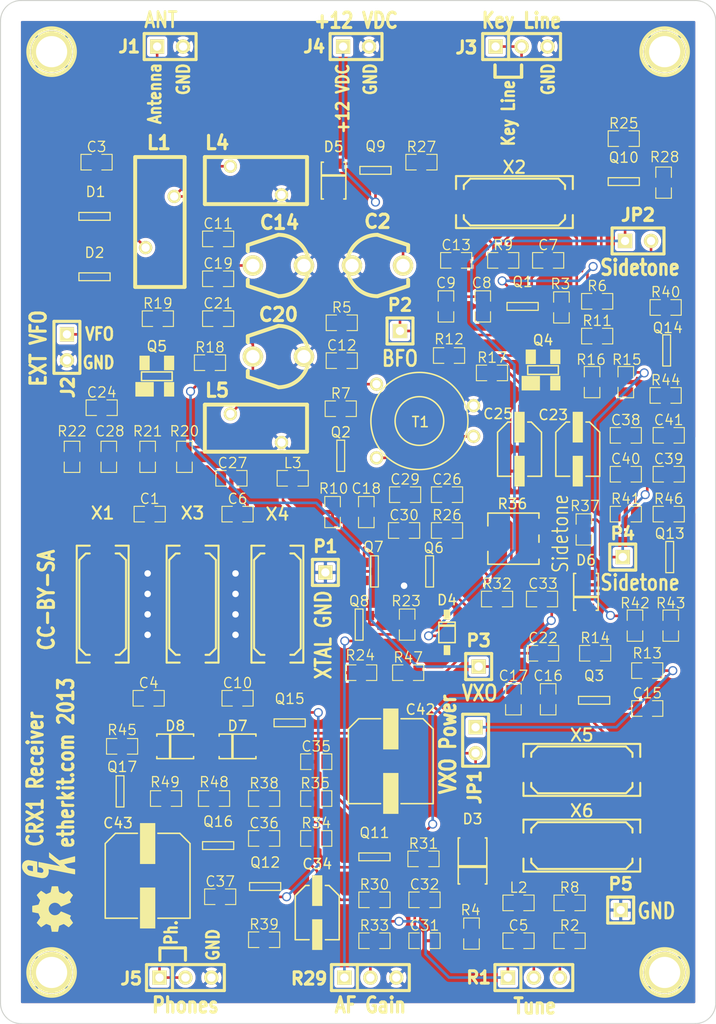
<source format=kicad_pcb>
(kicad_pcb (version 3) (host pcbnew "(2013-mar-13)-testing")
  (title_block (title CRX1) (rev A) (company Etherkit) (comment 2 "Creative Commons License CC-BY-SA"))
  (layers (15 F.Cu signal) (0 B.Cu signal) (18 B.Paste user) (19 F.Paste user) (20 B.SilkS user) (21 F.SilkS user) (22 B.Mask user) (23 F.Mask user) (28 Edge.Cuts user))
  (net 0 "")
  (net 1 +12V)
  (net 2 GND)
  (net 3 IF)
  (net 4 Key)
  (net 5 N-000001)
  (net 6 N-0000010)
  (net 7 N-0000011)
  (net 8 N-0000012)
  (net 9 N-0000015)
  (net 10 N-0000016)
  (net 11 N-0000017)
  (net 12 N-0000018)
  (net 13 N-0000019)
  (net 14 N-000002)
  (net 15 N-0000020)
  (net 16 N-0000021)
  (net 17 N-0000022)
  (net 18 N-0000023)
  (net 19 N-0000024)
  (net 20 N-0000026)
  (net 21 N-0000027)
  (net 22 N-0000028)
  (net 23 N-0000029)
  (net 24 N-000003)
  (net 25 N-0000030)
  (net 26 N-0000031)
  (net 27 N-0000032)
  (net 28 N-0000033)
  (net 29 N-0000034)
  (net 30 N-0000035)
  (net 31 N-0000036)
  (net 32 N-0000037)
  (net 33 N-0000038)
  (net 34 N-0000039)
  (net 35 N-000004)
  (net 36 N-0000040)
  (net 37 N-0000041)
  (net 38 N-0000042)
  (net 39 N-0000043)
  (net 40 N-0000044)
  (net 41 N-0000045)
  (net 42 N-0000046)
  (net 43 N-0000047)
  (net 44 N-0000048)
  (net 45 N-0000049)
  (net 46 N-000005)
  (net 47 N-0000050)
  (net 48 N-0000051)
  (net 49 N-0000052)
  (net 50 N-0000053)
  (net 51 N-0000054)
  (net 52 N-0000055)
  (net 53 N-0000056)
  (net 54 N-0000057)
  (net 55 N-0000058)
  (net 56 N-0000059)
  (net 57 N-0000060)
  (net 58 N-0000061)
  (net 59 N-0000062)
  (net 60 N-0000063)
  (net 61 N-0000064)
  (net 62 N-0000065)
  (net 63 N-0000066)
  (net 64 N-0000067)
  (net 65 N-0000068)
  (net 66 N-0000069)
  (net 67 N-0000070)
  (net 68 N-0000071)
  (net 69 N-0000072)
  (net 70 N-000008)
  (net 71 N-000009)
  (net 72 VXO)
  (module TRIMCAP-MURATA (layer F.Cu) (at 136.9 75.9)
    (fp_text reference C2 (at 0 -4.30022) (layer F.SilkS) (effects (font (size 1.30048 1.30048) (thickness 0.3048))))
    (fp_text value BFO hide)
    (pad 2 thru_hole circle (at -2.49936 0) (size 1.99898 1.99898) (drill 1.30048) (layers *.Cu *.Mask F.SilkS) (net 2 GND))
    (pad 1 thru_hole circle (at 2.49936 0) (size 1.99898 1.99898) (drill 1.30048) (layers *.Cu *.Mask F.SilkS) (net 15 N-0000020))
  )
  (module TRIMCAP-MURATA (layer F.Cu) (at 127.2 75.9 180)
    (fp_text reference C14 (at -0.1 4.2 180) (layer F.SilkS) (effects (font (size 1.30048 1.30048) (thickness 0.3048))))
    (fp_text value 45 hide)
    (pad 2 thru_hole circle (at -2.49936 0 180) (size 1.99898 1.99898) (drill 1.30048) (layers *.Cu *.Mask F.SilkS) (net 2 GND))
    (pad 1 thru_hole circle (at 2.49936 0 180) (size 1.99898 1.99898) (drill 1.30048) (layers *.Cu *.Mask F.SilkS) (net 5 N-000001))
  )
  (module TRIMCAP-MURATA (layer F.Cu) (at 127.2 84.8 180)
    (fp_text reference C20 (at 0 4.1 180) (layer F.SilkS) (effects (font (size 1.30048 1.30048) (thickness 0.3048))))
    (fp_text value 45 hide)
    (pad 2 thru_hole circle (at -2.49936 0 180) (size 1.99898 1.99898) (drill 1.30048) (layers *.Cu *.Mask F.SilkS) (net 2 GND))
    (pad 1 thru_hole circle (at 2.49936 0 180) (size 1.99898 1.99898) (drill 1.30048) (layers *.Cu *.Mask F.SilkS) (net 14 N-000002))
  )
  (module DO-214AC (layer F.Cu) (at 146.2 134.1)
    (fp_text reference D3 (at 0 -4.1) (layer F.SilkS))
    (fp_text value GS1M hide)
    (pad 1 smd rect (at 0 -2.05) (size 2.2 1.8) (layers F.Cu F.Paste F.Mask) (net 2 GND))
    (pad 2 smd rect (at 0 2.05) (size 2.2 1.8) (layers F.Cu F.Paste F.Mask) (net 25 N-0000030))
  )
  (module SOD123 (layer F.Cu) (at 143.7 113.5)
    (fp_text reference D4 (at 0 -4.9) (layer F.SilkS))
    (fp_text value BAT46W hide)
    (pad 1 smd rect (at 0 0) (size 0.65 0.97) (layers F.Cu F.SilkS F.Mask) (net 4 Key))
    (pad 2 smd rect (at 0 -3.48) (size 0.65 0.97) (layers F.Cu F.SilkS F.Mask) (net 60 N-0000063))
  )
  (module SOD80 (layer F.Cu) (at 132.6 67.6 180)
    (fp_text reference D5 (at 0 3.3 180) (layer F.SilkS))
    (fp_text value BZV55-B15 hide)
    (pad 1 smd rect (at 0 -1.65 180) (size 1.6 1) (layers F.Cu F.Paste F.Mask) (net 2 GND))
    (pad 2 smd rect (at 0 1.65 180) (size 1.6 1) (layers F.Cu F.Paste F.Mask) (net 1 +12V))
  )
  (module SOD80 (layer F.Cu) (at 157.3 107.8)
    (fp_text reference D6 (at 0 -3.1) (layer F.SilkS))
    (fp_text value BZV55-B3V3 hide)
    (pad 1 smd rect (at 0 -1.65) (size 1.6 1) (layers F.Cu F.Paste F.Mask) (net 2 GND))
    (pad 2 smd rect (at 0 1.65) (size 1.6 1) (layers F.Cu F.Paste F.Mask) (net 68 N-0000071))
  )
  (module SIL-3 (layer F.Cu) (at 151 54.5)
    (fp_text reference J3 (at -5.4 0.1) (layer F.SilkS) (effects (font (size 1.2 1.2) (thickness 0.3))))
    (fp_text value "Key Line" (at 0 -2.54) (layer F.SilkS) (effects (font (size 1.5 1.2) (thickness 0.3))))
    (pad 1 thru_hole rect (at -2.54 0) (size 1.397 1.397) (drill 0.8128) (layers *.Cu *.Mask F.SilkS) (net 22 N-0000028))
    (pad 2 thru_hole circle (at 0 0) (size 1.397 1.397) (drill 0.8128) (layers *.Cu *.Mask F.SilkS) (net 22 N-0000028))
    (pad 3 thru_hole circle (at 2.54 0) (size 1.397 1.397) (drill 0.8128) (layers *.Cu *.Mask F.SilkS) (net 2 GND))
  )
  (module SIL-3 (layer F.Cu) (at 118.1 145.5)
    (fp_text reference J5 (at -5.3 0.1) (layer F.SilkS) (effects (font (size 1.2 1.2) (thickness 0.3))))
    (fp_text value Phones (at 0 2.7) (layer F.SilkS) (effects (font (size 1.5 1.2) (thickness 0.3))))
    (pad 1 thru_hole rect (at -2.54 0) (size 1.397 1.397) (drill 0.8128) (layers *.Cu *.Mask F.SilkS) (net 30 N-0000035))
    (pad 2 thru_hole circle (at 0 0) (size 1.397 1.397) (drill 0.8128) (layers *.Cu *.Mask F.SilkS) (net 30 N-0000035))
    (pad 3 thru_hole circle (at 2.54 0) (size 1.397 1.397) (drill 0.8128) (layers *.Cu *.Mask F.SilkS) (net 2 GND))
  )
  (module SIL-1 (layer F.Cu) (at 131.8 105.9)
    (fp_text reference P1 (at 0 -2.54) (layer F.SilkS) (effects (font (size 1.2 1.2) (thickness 0.27178))))
    (fp_text value "XTAL GND" (at -0.2 6.1 90) (layer F.SilkS) (effects (font (size 1.5 1.2) (thickness 0.254))))
    (pad 1 thru_hole rect (at 0 0) (size 1.397 1.397) (drill 0.8128) (layers *.Cu *.Mask F.SilkS) (net 2 GND))
  )
  (module SIL-1 (layer F.Cu) (at 139.1 82.3)
    (fp_text reference P2 (at 0 -2.54) (layer F.SilkS) (effects (font (size 1.2 1.2) (thickness 0.27178))))
    (fp_text value BFO (at 0 2.7) (layer F.SilkS) (effects (font (size 1.5 1.2) (thickness 0.254))))
    (pad 1 thru_hole rect (at 0 0) (size 1.397 1.397) (drill 0.8128) (layers *.Cu *.Mask F.SilkS) (net 59 N-0000062))
  )
  (module SIL-1 (layer F.Cu) (at 146.8 115.1)
    (fp_text reference P3 (at 0 -2.54) (layer F.SilkS) (effects (font (size 1.2 1.2) (thickness 0.27178))))
    (fp_text value VXO (at 0.1 2.6) (layer F.SilkS) (effects (font (size 1.5 1.2) (thickness 0.254))))
    (pad 1 thru_hole rect (at 0 0) (size 1.397 1.397) (drill 0.8128) (layers *.Cu *.Mask F.SilkS) (net 72 VXO))
  )
  (module SIL-1 (layer F.Cu) (at 160.9 104.4)
    (fp_text reference P4 (at 0 -2.3) (layer F.SilkS) (effects (font (size 1.2 1.2) (thickness 0.27178))))
    (fp_text value Sidetone (at 1.7 2.5) (layer F.SilkS) (effects (font (size 1.5 1.2) (thickness 0.254))))
    (pad 1 thru_hole rect (at 0 0) (size 1.397 1.397) (drill 0.8128) (layers *.Cu *.Mask F.SilkS) (net 43 N-0000047))
  )
  (module SIL-1 (layer F.Cu) (at 160.7 138.9)
    (fp_text reference P5 (at 0 -2.54) (layer F.SilkS) (effects (font (size 1.2 1.2) (thickness 0.27178))))
    (fp_text value GND (at 3.5 0.1) (layer F.SilkS) (effects (font (size 1.5 1.2) (thickness 0.254))))
    (pad 1 thru_hole rect (at 0 0) (size 1.397 1.397) (drill 0.8128) (layers *.Cu *.Mask F.SilkS) (net 2 GND))
  )
  (module SIL-3 (layer F.Cu) (at 152.2 145.5)
    (fp_text reference R1 (at -5.4 0) (layer F.SilkS) (effects (font (size 1.2 1.2) (thickness 0.3))))
    (fp_text value Tune (at 0.1 2.8) (layer F.SilkS) (effects (font (size 1.5 1.2) (thickness 0.3))))
    (pad 1 thru_hole rect (at -2.54 0) (size 1.397 1.397) (drill 0.8128) (layers *.Cu *.Mask F.SilkS) (net 1 +12V))
    (pad 2 thru_hole circle (at 0 0) (size 1.397 1.397) (drill 0.8128) (layers *.Cu *.Mask F.SilkS) (net 26 N-0000031))
    (pad 3 thru_hole circle (at 2.54 0) (size 1.397 1.397) (drill 0.8128) (layers *.Cu *.Mask F.SilkS) (net 27 N-0000032))
  )
  (module SIL-3 (layer F.Cu) (at 136.2 145.5)
    (fp_text reference R29 (at -6 0.1) (layer F.SilkS) (effects (font (size 1.2 1.2) (thickness 0.3))))
    (fp_text value "AF Gain" (at 0 2.7) (layer F.SilkS) (effects (font (size 1.5 1.2) (thickness 0.3))))
    (pad 1 thru_hole rect (at -2.54 0) (size 1.397 1.397) (drill 0.8128) (layers *.Cu *.Mask F.SilkS) (net 67 N-0000070))
    (pad 2 thru_hole circle (at 0 0) (size 1.397 1.397) (drill 0.8128) (layers *.Cu *.Mask F.SilkS) (net 38 N-0000042))
    (pad 3 thru_hole circle (at 2.54 0) (size 1.397 1.397) (drill 0.8128) (layers *.Cu *.Mask F.SilkS) (net 2 GND))
  )
  (module TS53YL-VISHAY (layer F.Cu) (at 150.2 102.6 90)
    (fp_text reference R36 (at 3.4 -0.1 180) (layer F.SilkS))
    (fp_text value Sidetone (at 0.5 4.6 90) (layer F.SilkS) (effects (font (size 1.5 1.2))))
    (pad 1 smd rect (at -1.15 2.75 90) (size 1.3 1.3) (layers F.Cu F.Paste F.Mask) (net 42 N-0000046))
    (pad 3 smd rect (at 1.15 2.75 90) (size 1.3 1.3) (layers F.Cu F.Paste F.Mask) (net 2 GND))
    (pad 2 smd rect (at 0 -2.75 90) (size 2 1.3) (layers F.Cu F.Paste F.Mask) (net 44 N-0000048))
  )
  (module T37-STEPDOWN (layer F.Cu) (at 141 91.1 90)
    (fp_text reference T1 (at -0.1 0.1 180) (layer F.SilkS))
    (fp_text value "FT37-43 6T:20T" hide)
    (pad 1 thru_hole circle (at -1.5 5.3 90) (size 1.30048 1.30048) (drill 0.8128) (layers *.Cu *.Mask F.SilkS) (net 63 N-0000066))
    (pad 2 thru_hole circle (at 1.5 5.3 90) (size 1.30048 1.30048) (drill 0.8128) (layers *.Cu *.Mask F.SilkS) (net 2 GND))
    (pad 3 thru_hole circle (at -3.6 -4.2 90) (size 1.30048 1.30048) (drill 0.8128) (layers *.Cu *.Mask F.SilkS) (net 9 N-0000015))
    (pad 4 thru_hole circle (at 3.6 -4.2 90) (size 1.30048 1.30048) (drill 0.8128) (layers *.Cu *.Mask F.SilkS) (net 10 N-0000016))
  )
  (module SIL-2 (layer F.Cu) (at 162.4 73.5)
    (fp_text reference JP2 (at 0 -2.54) (layer F.SilkS) (effects (font (size 1.2 1.2) (thickness 0.3))))
    (fp_text value Sidetone (at 0.2 2.6) (layer F.SilkS) (effects (font (size 1.5 1.2) (thickness 0.3))))
    (pad 1 thru_hole rect (at -1.27 0) (size 1.397 1.397) (drill 0.8128) (layers *.Cu *.Mask F.SilkS) (net 4 Key))
    (pad 2 thru_hole circle (at 1.27 0) (size 1.397 1.397) (drill 0.8128) (layers *.Cu *.Mask F.SilkS) (net 45 N-0000049))
  )
  (module SIL-2 (layer F.Cu) (at 146.5 122.3 270)
    (fp_text reference JP1 (at 4.6 0.1 270) (layer F.SilkS) (effects (font (size 1.2 1.2) (thickness 0.3))))
    (fp_text value "VXO Power" (at 0.4 2.7 450) (layer F.SilkS) (effects (font (size 1.5 1.2) (thickness 0.3))))
    (pad 1 thru_hole rect (at -1.27 0 270) (size 1.397 1.397) (drill 0.8128) (layers *.Cu *.Mask F.SilkS) (net 31 N-0000036))
    (pad 2 thru_hole circle (at 1.27 0 270) (size 1.397 1.397) (drill 0.8128) (layers *.Cu *.Mask F.SilkS) (net 1 +12V))
  )
  (module SIL-2 (layer F.Cu) (at 134.8 54.5)
    (fp_text reference J4 (at -4.1 0) (layer F.SilkS) (effects (font (size 1.2 1.2) (thickness 0.3))))
    (fp_text value "+12 VDC" (at 0 -2.54) (layer F.SilkS) (effects (font (size 1.5 1.2) (thickness 0.3))))
    (pad 1 thru_hole rect (at -1.27 0) (size 1.397 1.397) (drill 0.8128) (layers *.Cu *.Mask F.SilkS) (net 28 N-0000033))
    (pad 2 thru_hole circle (at 1.27 0) (size 1.397 1.397) (drill 0.8128) (layers *.Cu *.Mask F.SilkS) (net 2 GND))
  )
  (module SIL-2 (layer F.Cu) (at 106.5 83.9 270)
    (fp_text reference J2 (at 3.9 -0.1 270) (layer F.SilkS) (effects (font (size 1.2 1.2) (thickness 0.3))))
    (fp_text value "EXT VFO" (at 0.1 2.8 270) (layer F.SilkS) (effects (font (size 1.5 1.2) (thickness 0.3))))
    (pad 1 thru_hole rect (at -1.27 0 270) (size 1.397 1.397) (drill 0.8128) (layers *.Cu *.Mask F.SilkS) (net 23 N-0000029))
    (pad 2 thru_hole circle (at 1.27 0 270) (size 1.397 1.397) (drill 0.8128) (layers *.Cu *.Mask F.SilkS) (net 2 GND))
  )
  (module SIL-2 (layer F.Cu) (at 116.6 54.5)
    (fp_text reference J1 (at -4 0) (layer F.SilkS) (effects (font (size 1.2 1.2) (thickness 0.3))))
    (fp_text value ANT (at -0.9 -2.6) (layer F.SilkS) (effects (font (size 1.5 1.2) (thickness 0.254))))
    (pad 1 thru_hole rect (at -1.27 0) (size 1.397 1.397) (drill 0.8128) (layers *.Cu *.Mask F.SilkS) (net 70 N-000008))
    (pad 2 thru_hole circle (at 1.27 0) (size 1.397 1.397) (drill 0.8128) (layers *.Cu *.Mask F.SilkS) (net 2 GND))
  )
  (module CAP-ELEC-8MM (layer F.Cu) (at 114.4 140.7)
    (fp_text reference C43 (at -2.9 -10.3) (layer F.SilkS))
    (fp_text value 100u hide)
    (pad 2 smd rect (at 0 -2) (size 1.5 4) (layers F.Cu F.SilkS F.Mask) (net 30 N-0000035))
    (pad 1 smd rect (at 0 -8.3) (size 1.5 4) (layers F.Cu F.SilkS F.Mask) (net 52 N-0000055))
  )
  (module CAP-ELEC-8MM (layer F.Cu) (at 138.2 129.5)
    (fp_text reference C42 (at 2.9 -10.2) (layer F.SilkS))
    (fp_text value 100u hide)
    (pad 2 smd rect (at 0 -2) (size 1.5 4) (layers F.Cu F.SilkS F.Mask) (net 2 GND))
    (pad 1 smd rect (at 0 -8.3) (size 1.5 4) (layers F.Cu F.SilkS F.Mask) (net 57 N-0000060))
  )
  (module CAP-ELEC-5MM (layer F.Cu) (at 131 142.8)
    (fp_text reference C34 (at 0 -8.4) (layer F.SilkS))
    (fp_text value 10u hide)
    (pad 2 smd rect (at 0 -1.5) (size 1 3) (layers F.Cu F.SilkS F.Mask) (net 2 GND))
    (pad 1 smd rect (at 0 -5.8) (size 1 3) (layers F.Cu F.SilkS F.Mask) (net 41 N-0000045))
  )
  (module CAP-ELEC-5MM (layer F.Cu) (at 150.8 97.5)
    (fp_text reference C25 (at -2.1 -7.1) (layer F.SilkS))
    (fp_text value 10u hide)
    (pad 2 smd rect (at 0 -1.5) (size 1 3) (layers F.Cu F.SilkS F.Mask) (net 2 GND))
    (pad 1 smd rect (at 0 -5.8) (size 1 3) (layers F.Cu F.SilkS F.Mask) (net 65 N-0000068))
  )
  (module CAP-ELEC-5MM (layer F.Cu) (at 156.5 97.5)
    (fp_text reference C23 (at -2.4 -7) (layer F.SilkS))
    (fp_text value 10u hide)
    (pad 2 smd rect (at 0 -1.5) (size 1 3) (layers F.Cu F.SilkS F.Mask) (net 2 GND))
    (pad 1 smd rect (at 0 -5.8) (size 1 3) (layers F.Cu F.SilkS F.Mask) (net 62 N-0000065))
  )
  (module SOT143B (layer F.Cu) (at 115.3 88)
    (fp_text reference Q5 (at 0 -4.2 180) (layer F.SilkS))
    (fp_text value BF998 hide)
    (pad 1 smd rect (at -1.2 0) (size 1.8 1.425) (layers F.Cu F.SilkS F.Mask) (net 24 N-000003))
    (pad 2 smd rect (at 1.2 0) (size 1 1.425) (layers F.Cu F.SilkS F.Mask) (net 3 IF))
    (pad 3 smd rect (at 1.2 -2.575) (size 1 1.425) (layers F.Cu F.SilkS F.Mask) (net 72 VXO))
    (pad 4 smd rect (at -1.2 -2.575) (size 1 1.425) (layers F.Cu F.SilkS F.Mask) (net 14 N-000002))
  )
  (module SOT143B (layer F.Cu) (at 153.1 87.4)
    (fp_text reference Q4 (at 0 -4.2) (layer F.SilkS))
    (fp_text value BF998 hide)
    (pad 1 smd rect (at -1.2 0) (size 1.8 1.425) (layers F.Cu F.SilkS F.Mask) (net 65 N-0000068))
    (pad 2 smd rect (at 1.2 0) (size 1 1.425) (layers F.Cu F.SilkS F.Mask) (net 64 N-0000067))
    (pad 3 smd rect (at 1.2 -2.575) (size 1 1.425) (layers F.Cu F.SilkS F.Mask) (net 59 N-0000062))
    (pad 4 smd rect (at -1.2 -2.575) (size 1 1.425) (layers F.Cu F.SilkS F.Mask) (net 63 N-0000066))
  )
  (module 1pin (layer F.Cu) (at 105 55)
    (fp_text reference 1PIN hide)
    (fp_text value P*** hide)
    (pad 1 thru_hole circle (at 0 0) (size 4.064 4.064) (drill 3.048) (layers *.Cu *.Mask F.SilkS) (net 2 GND))
  )
  (module 1pin (layer F.Cu) (at 165 55)
    (fp_text reference 1PIN hide)
    (fp_text value P*** hide)
    (pad 1 thru_hole circle (at 0 0) (size 4.064 4.064) (drill 3.048) (layers *.Cu *.Mask F.SilkS) (net 2 GND))
  )
  (module 1pin (layer F.Cu) (at 105 145)
    (fp_text reference 1PIN hide)
    (fp_text value P*** hide)
    (pad 1 thru_hole circle (at 0 0) (size 4.064 4.064) (drill 3.048) (layers *.Cu *.Mask F.SilkS) (net 2 GND))
  )
  (module 1pin (layer F.Cu) (at 165 145)
    (fp_text reference 1PIN hide)
    (fp_text value P*** hide)
    (pad 1 thru_hole circle (at 0 0) (size 4.064 4.064) (drill 3.048) (layers *.Cu *.Mask F.SilkS) (net 2 GND))
  )
  (module SOD80 (layer F.Cu) (at 117.1 122.9 270)
    (fp_text reference D8 (at -2 0 360) (layer F.SilkS))
    (fp_text value LL4148 hide)
    (pad 1 smd rect (at 0 -1.65 270) (size 1.6 1) (layers F.Cu F.Paste F.Mask) (net 58 N-0000061))
    (pad 2 smd rect (at 0 1.65 270) (size 1.6 1) (layers F.Cu F.Paste F.Mask) (net 54 N-0000057))
  )
  (module SOD80 (layer F.Cu) (at 123.2 122.9 270)
    (fp_text reference D7 (at -2 0 360) (layer F.SilkS))
    (fp_text value LL4148 hide)
    (pad 1 smd rect (at 0 -1.65 270) (size 1.6 1) (layers F.Cu F.Paste F.Mask) (net 56 N-0000059))
    (pad 2 smd rect (at 0 1.65 270) (size 1.6 1) (layers F.Cu F.Paste F.Mask) (net 58 N-0000061))
  )
  (module SM0805-LARGE (layer F.Cu) (at 114.6 100.2)
    (fp_text reference C1 (at 0 -1.5) (layer F.SilkS) (effects (font (thickness 0.12))))
    (fp_text value 39 hide)
    (pad 1 smd rect (at -0.9525 0) (size 0.889 1.397) (layers F.Cu F.Paste F.Mask) (net 3 IF))
    (pad 2 smd rect (at 0.9525 0) (size 0.889 1.397) (layers F.Cu F.Paste F.Mask) (net 2 GND))
  )
  (module SM0805-LARGE (layer F.Cu) (at 109.4 65.8)
    (fp_text reference C3 (at 0 -1.5) (layer F.SilkS) (effects (font (thickness 0.12))))
    (fp_text value 47 hide)
    (pad 1 smd rect (at -0.9525 0) (size 0.889 1.397) (layers F.Cu F.Paste F.Mask) (net 70 N-000008))
    (pad 2 smd rect (at 0.9525 0) (size 0.889 1.397) (layers F.Cu F.Paste F.Mask) (net 71 N-000009))
  )
  (module SM0805-LARGE (layer F.Cu) (at 114.5 118.2)
    (fp_text reference C4 (at 0 -1.5) (layer F.SilkS) (effects (font (thickness 0.12))))
    (fp_text value 68 hide)
    (pad 1 smd rect (at -0.9525 0) (size 0.889 1.397) (layers F.Cu F.Paste F.Mask) (net 16 N-0000021))
    (pad 2 smd rect (at 0.9525 0) (size 0.889 1.397) (layers F.Cu F.Paste F.Mask) (net 2 GND))
  )
  (module SM0805-LARGE (layer F.Cu) (at 150.7 141.9)
    (fp_text reference C5 (at 0 -1.5) (layer F.SilkS) (effects (font (thickness 0.12))))
    (fp_text value 100n hide)
    (pad 1 smd rect (at -0.9525 0) (size 0.889 1.397) (layers F.Cu F.Paste F.Mask) (net 26 N-0000031))
    (pad 2 smd rect (at 0.9525 0) (size 0.889 1.397) (layers F.Cu F.Paste F.Mask) (net 2 GND))
  )
  (module SM0805-LARGE (layer F.Cu) (at 123.2 100.2)
    (fp_text reference C6 (at 0 -1.5) (layer F.SilkS) (effects (font (thickness 0.12))))
    (fp_text value 68 hide)
    (pad 1 smd rect (at -0.9525 0) (size 0.889 1.397) (layers F.Cu F.Paste F.Mask) (net 46 N-000005))
    (pad 2 smd rect (at 0.9525 0) (size 0.889 1.397) (layers F.Cu F.Paste F.Mask) (net 2 GND))
  )
  (module SM0805-LARGE (layer F.Cu) (at 153.6 75.4)
    (fp_text reference C7 (at 0 -1.5) (layer F.SilkS) (effects (font (thickness 0.12))))
    (fp_text value 100n hide)
    (pad 1 smd rect (at -0.9525 0) (size 0.889 1.397) (layers F.Cu F.Paste F.Mask) (net 12 N-0000018))
    (pad 2 smd rect (at 0.9525 0) (size 0.889 1.397) (layers F.Cu F.Paste F.Mask) (net 2 GND))
  )
  (module SM0805-LARGE (layer F.Cu) (at 147.2 79.9 90)
    (fp_text reference C8 (at 2.3 -0.1 180) (layer F.SilkS) (effects (font (thickness 0.12))))
    (fp_text value 33 hide)
    (pad 1 smd rect (at -0.9525 0 90) (size 0.889 1.397) (layers F.Cu F.Paste F.Mask) (net 13 N-0000019))
    (pad 2 smd rect (at 0.9525 0 90) (size 0.889 1.397) (layers F.Cu F.Paste F.Mask) (net 11 N-0000017))
  )
  (module SM0805-LARGE (layer F.Cu) (at 143.6 79.9 270)
    (fp_text reference C9 (at -2.3 0 360) (layer F.SilkS) (effects (font (thickness 0.12))))
    (fp_text value 33 hide)
    (pad 1 smd rect (at -0.9525 0 270) (size 0.889 1.397) (layers F.Cu F.Paste F.Mask) (net 11 N-0000017))
    (pad 2 smd rect (at 0.9525 0 270) (size 0.889 1.397) (layers F.Cu F.Paste F.Mask) (net 2 GND))
  )
  (module SM0805-LARGE (layer F.Cu) (at 123.2 118.2)
    (fp_text reference C10 (at 0 -1.5) (layer F.SilkS) (effects (font (thickness 0.12))))
    (fp_text value 220 hide)
    (pad 1 smd rect (at -0.9525 0) (size 0.889 1.397) (layers F.Cu F.Paste F.Mask) (net 35 N-000004))
    (pad 2 smd rect (at 0.9525 0) (size 0.889 1.397) (layers F.Cu F.Paste F.Mask) (net 2 GND))
  )
  (module SM0805-LARGE (layer F.Cu) (at 121.3 73.3)
    (fp_text reference C11 (at 0 -1.5) (layer F.SilkS) (effects (font (thickness 0.12))))
    (fp_text value 100 hide)
    (pad 1 smd rect (at -0.9525 0) (size 0.889 1.397) (layers F.Cu F.Paste F.Mask) (net 5 N-000001))
    (pad 2 smd rect (at 0.9525 0) (size 0.889 1.397) (layers F.Cu F.Paste F.Mask) (net 2 GND))
  )
  (module SM0805-LARGE (layer F.Cu) (at 133.4 85.2 180)
    (fp_text reference C12 (at 0 1.5 180) (layer F.SilkS) (effects (font (thickness 0.12))))
    (fp_text value 100n hide)
    (pad 1 smd rect (at -0.9525 0 180) (size 0.889 1.397) (layers F.Cu F.Paste F.Mask) (net 9 N-0000015))
    (pad 2 smd rect (at 0.9525 0 180) (size 0.889 1.397) (layers F.Cu F.Paste F.Mask) (net 2 GND))
  )
  (module SM0805-LARGE (layer F.Cu) (at 144.6 75.4)
    (fp_text reference C13 (at 0 -1.5) (layer F.SilkS) (effects (font (thickness 0.12))))
    (fp_text value 22 hide)
    (pad 1 smd rect (at -0.9525 0) (size 0.889 1.397) (layers F.Cu F.Paste F.Mask) (net 11 N-0000017))
    (pad 2 smd rect (at 0.9525 0) (size 0.889 1.397) (layers F.Cu F.Paste F.Mask) (net 59 N-0000062))
  )
  (module SM0805-LARGE (layer F.Cu) (at 163.3 119.2)
    (fp_text reference C15 (at 0 -1.5) (layer F.SilkS) (effects (font (thickness 0.12))))
    (fp_text value 100n hide)
    (pad 1 smd rect (at -0.9525 0) (size 0.889 1.397) (layers F.Cu F.Paste F.Mask) (net 19 N-0000024))
    (pad 2 smd rect (at 0.9525 0) (size 0.889 1.397) (layers F.Cu F.Paste F.Mask) (net 2 GND))
  )
  (module SM0805-LARGE (layer F.Cu) (at 153.6 118.3 90)
    (fp_text reference C16 (at 2.3 0 180) (layer F.SilkS) (effects (font (thickness 0.12))))
    (fp_text value 68 hide)
    (pad 1 smd rect (at -0.9525 0 90) (size 0.889 1.397) (layers F.Cu F.Paste F.Mask) (net 32 N-0000037))
    (pad 2 smd rect (at 0.9525 0 90) (size 0.889 1.397) (layers F.Cu F.Paste F.Mask) (net 33 N-0000038))
  )
  (module SM0805-LARGE (layer F.Cu) (at 150.2 118.3 270)
    (fp_text reference C17 (at -2.3 0 360) (layer F.SilkS) (effects (font (thickness 0.12))))
    (fp_text value 68 hide)
    (pad 1 smd rect (at -0.9525 0 270) (size 0.889 1.397) (layers F.Cu F.Paste F.Mask) (net 33 N-0000038))
    (pad 2 smd rect (at 0.9525 0 270) (size 0.889 1.397) (layers F.Cu F.Paste F.Mask) (net 2 GND))
  )
  (module SM0805-LARGE (layer F.Cu) (at 135.8 100 270)
    (fp_text reference C18 (at -2.3 0 360) (layer F.SilkS) (effects (font (thickness 0.12))))
    (fp_text value 100n hide)
    (pad 1 smd rect (at -0.9525 0 270) (size 0.889 1.397) (layers F.Cu F.Paste F.Mask) (net 18 N-0000023))
    (pad 2 smd rect (at 0.9525 0 270) (size 0.889 1.397) (layers F.Cu F.Paste F.Mask) (net 2 GND))
  )
  (module SM0805-LARGE (layer F.Cu) (at 121.3 77.2)
    (fp_text reference C19 (at 0 -1.5) (layer F.SilkS) (effects (font (thickness 0.12))))
    (fp_text value 4.7 hide)
    (pad 1 smd rect (at -0.9525 0) (size 0.889 1.397) (layers F.Cu F.Paste F.Mask) (net 5 N-000001))
    (pad 2 smd rect (at 0.9525 0) (size 0.889 1.397) (layers F.Cu F.Paste F.Mask) (net 14 N-000002))
  )
  (module SM0805-LARGE (layer F.Cu) (at 121.3 81.1)
    (fp_text reference C21 (at 0 -1.5) (layer F.SilkS) (effects (font (thickness 0.12))))
    (fp_text value 150 hide)
    (pad 1 smd rect (at -0.9525 0) (size 0.889 1.397) (layers F.Cu F.Paste F.Mask) (net 14 N-000002))
    (pad 2 smd rect (at 0.9525 0) (size 0.889 1.397) (layers F.Cu F.Paste F.Mask) (net 2 GND))
  )
  (module SM0805-LARGE (layer F.Cu) (at 153.1 113.8 180)
    (fp_text reference C22 (at 0 1.5 180) (layer F.SilkS) (effects (font (thickness 0.12))))
    (fp_text value 100n hide)
    (pad 1 smd rect (at -0.9525 0 180) (size 0.889 1.397) (layers F.Cu F.Paste F.Mask) (net 33 N-0000038))
    (pad 2 smd rect (at 0.9525 0 180) (size 0.889 1.397) (layers F.Cu F.Paste F.Mask) (net 72 VXO))
  )
  (module SM0805-LARGE (layer F.Cu) (at 109.9 89.8)
    (fp_text reference C24 (at 0 -1.5) (layer F.SilkS) (effects (font (thickness 0.12))))
    (fp_text value 100n hide)
    (pad 1 smd rect (at -0.9525 0) (size 0.889 1.397) (layers F.Cu F.Paste F.Mask) (net 23 N-0000029))
    (pad 2 smd rect (at 0.9525 0) (size 0.889 1.397) (layers F.Cu F.Paste F.Mask) (net 72 VXO))
  )
  (module SM0805-LARGE (layer F.Cu) (at 143.7 98.3)
    (fp_text reference C26 (at 0 -1.5) (layer F.SilkS) (effects (font (thickness 0.12))))
    (fp_text value 10n hide)
    (pad 1 smd rect (at -0.9525 0) (size 0.889 1.397) (layers F.Cu F.Paste F.Mask) (net 64 N-0000067))
    (pad 2 smd rect (at 0.9525 0) (size 0.889 1.397) (layers F.Cu F.Paste F.Mask) (net 2 GND))
  )
  (module SM0805-LARGE (layer F.Cu) (at 122.6 96.7)
    (fp_text reference C27 (at 0.1 -1.5) (layer F.SilkS) (effects (font (thickness 0.12))))
    (fp_text value 100n hide)
    (pad 1 smd rect (at -0.9525 0) (size 0.889 1.397) (layers F.Cu F.Paste F.Mask) (net 8 N-0000012))
    (pad 2 smd rect (at 0.9525 0) (size 0.889 1.397) (layers F.Cu F.Paste F.Mask) (net 2 GND))
  )
  (module SM0805-LARGE (layer F.Cu) (at 110.6 94.6 270)
    (fp_text reference C28 (at -2.5 -0.1 360) (layer F.SilkS) (effects (font (thickness 0.12))))
    (fp_text value 100n hide)
    (pad 1 smd rect (at -0.9525 0 270) (size 0.889 1.397) (layers F.Cu F.Paste F.Mask) (net 24 N-000003))
    (pad 2 smd rect (at 0.9525 0 270) (size 0.889 1.397) (layers F.Cu F.Paste F.Mask) (net 2 GND))
  )
  (module SM0805-LARGE (layer F.Cu) (at 139.6 98.3)
    (fp_text reference C29 (at 0 -1.5) (layer F.SilkS) (effects (font (thickness 0.12))))
    (fp_text value "1u MLCC" hide)
    (pad 1 smd rect (at -0.9525 0) (size 0.889 1.397) (layers F.Cu F.Paste F.Mask) (net 64 N-0000067))
    (pad 2 smd rect (at 0.9525 0) (size 0.889 1.397) (layers F.Cu F.Paste F.Mask) (net 61 N-0000064))
  )
  (module SM0805-LARGE (layer F.Cu) (at 139.5 101.8)
    (fp_text reference C30 (at 0 -1.5) (layer F.SilkS) (effects (font (thickness 0.12))))
    (fp_text value "1u MLCC" hide)
    (pad 1 smd rect (at -0.9525 0) (size 0.889 1.397) (layers F.Cu F.Paste F.Mask) (net 69 N-0000072))
    (pad 2 smd rect (at 0.9525 0) (size 0.889 1.397) (layers F.Cu F.Paste F.Mask) (net 2 GND))
  )
  (module SM0805-LARGE (layer F.Cu) (at 141.5 141.9)
    (fp_text reference C31 (at 0 -1.5) (layer F.SilkS) (effects (font (thickness 0.12))))
    (fp_text value 100n hide)
    (pad 1 smd rect (at -0.9525 0) (size 0.889 1.397) (layers F.Cu F.Paste F.Mask) (net 38 N-0000042))
    (pad 2 smd rect (at 0.9525 0) (size 0.889 1.397) (layers F.Cu F.Paste F.Mask) (net 2 GND))
  )
  (module SM0805-LARGE (layer F.Cu) (at 141.5 137.9)
    (fp_text reference C32 (at 0 -1.5) (layer F.SilkS) (effects (font (thickness 0.12))))
    (fp_text value "1u MLCC" hide)
    (pad 1 smd rect (at -0.9525 0) (size 0.889 1.397) (layers F.Cu F.Paste F.Mask) (net 38 N-0000042))
    (pad 2 smd rect (at 0.9525 0) (size 0.889 1.397) (layers F.Cu F.Paste F.Mask) (net 37 N-0000041))
  )
  (module SM0805-LARGE (layer F.Cu) (at 153 108.5 180)
    (fp_text reference C33 (at -0.1 1.5 180) (layer F.SilkS) (effects (font (thickness 0.12))))
    (fp_text value "1u MLCC" hide)
    (pad 1 smd rect (at -0.9525 0 180) (size 0.889 1.397) (layers F.Cu F.Paste F.Mask) (net 37 N-0000041))
    (pad 2 smd rect (at 0.9525 0 180) (size 0.889 1.397) (layers F.Cu F.Paste F.Mask) (net 34 N-0000039))
  )
  (module SM0805-LARGE (layer F.Cu) (at 130.9 124.4 180)
    (fp_text reference C35 (at 0 1.5 180) (layer F.SilkS) (effects (font (thickness 0.12))))
    (fp_text value "1u MLCC" hide)
    (pad 1 smd rect (at -0.9525 0 180) (size 0.889 1.397) (layers F.Cu F.Paste F.Mask) (net 39 N-0000043))
    (pad 2 smd rect (at 0.9525 0 180) (size 0.889 1.397) (layers F.Cu F.Paste F.Mask) (net 2 GND))
  )
  (module SM0805-LARGE (layer F.Cu) (at 125.8 131.9)
    (fp_text reference C36 (at 0 -1.5) (layer F.SilkS) (effects (font (thickness 0.12))))
    (fp_text value 10n hide)
    (pad 1 smd rect (at -0.9525 0) (size 0.889 1.397) (layers F.Cu F.Paste F.Mask) (net 40 N-0000044))
    (pad 2 smd rect (at 0.9525 0) (size 0.889 1.397) (layers F.Cu F.Paste F.Mask) (net 51 N-0000054))
  )
  (module SM0805-LARGE (layer F.Cu) (at 121.5 137.6)
    (fp_text reference C37 (at 0 -1.5) (layer F.SilkS) (effects (font (thickness 0.12))))
    (fp_text value "1u MLCC" hide)
    (pad 1 smd rect (at -0.9525 0) (size 0.889 1.397) (layers F.Cu F.Paste F.Mask) (net 36 N-0000040))
    (pad 2 smd rect (at 0.9525 0) (size 0.889 1.397) (layers F.Cu F.Paste F.Mask) (net 2 GND))
  )
  (module SM0805-LARGE (layer F.Cu) (at 161.2 92.5)
    (fp_text reference C38 (at 0 -1.5) (layer F.SilkS) (effects (font (thickness 0.12))))
    (fp_text value 100n hide)
    (pad 1 smd rect (at -0.9525 0) (size 0.889 1.397) (layers F.Cu F.Paste F.Mask) (net 47 N-0000050))
    (pad 2 smd rect (at 0.9525 0) (size 0.889 1.397) (layers F.Cu F.Paste F.Mask) (net 66 N-0000069))
  )
  (module SM0805-LARGE (layer F.Cu) (at 165.4 96.3)
    (fp_text reference C39 (at 0 -1.5) (layer F.SilkS) (effects (font (thickness 0.12))))
    (fp_text value 100n hide)
    (pad 1 smd rect (at -0.9525 0) (size 0.889 1.397) (layers F.Cu F.Paste F.Mask) (net 43 N-0000047))
    (pad 2 smd rect (at 0.9525 0) (size 0.889 1.397) (layers F.Cu F.Paste F.Mask) (net 2 GND))
  )
  (module SM0805-LARGE (layer F.Cu) (at 161.2 96.3 180)
    (fp_text reference C40 (at 0 1.5 180) (layer F.SilkS) (effects (font (thickness 0.12))))
    (fp_text value 100n hide)
    (pad 1 smd rect (at -0.9525 0 180) (size 0.889 1.397) (layers F.Cu F.Paste F.Mask) (net 43 N-0000047))
    (pad 2 smd rect (at 0.9525 0 180) (size 0.889 1.397) (layers F.Cu F.Paste F.Mask) (net 2 GND))
  )
  (module SM0805-LARGE (layer F.Cu) (at 165.4 92.5)
    (fp_text reference C41 (at 0 -1.5) (layer F.SilkS) (effects (font (thickness 0.12))))
    (fp_text value 100n hide)
    (pad 1 smd rect (at -0.9525 0) (size 0.889 1.397) (layers F.Cu F.Paste F.Mask) (net 66 N-0000069))
    (pad 2 smd rect (at 0.9525 0) (size 0.889 1.397) (layers F.Cu F.Paste F.Mask) (net 48 N-0000051))
  )
  (module SM0805-LARGE (layer F.Cu) (at 150.7 138.2 180)
    (fp_text reference L2 (at 0 1.5 180) (layer F.SilkS) (effects (font (thickness 0.12))))
    (fp_text value 1u hide)
    (pad 1 smd rect (at -0.9525 0 180) (size 0.889 1.397) (layers F.Cu F.Paste F.Mask) (net 21 N-0000027))
    (pad 2 smd rect (at 0.9525 0 180) (size 0.889 1.397) (layers F.Cu F.Paste F.Mask) (net 25 N-0000030))
  )
  (module SM0805-LARGE (layer F.Cu) (at 128.6 96.7)
    (fp_text reference L3 (at 0 -1.5) (layer F.SilkS) (effects (font (thickness 0.12))))
    (fp_text value 10u hide)
    (pad 1 smd rect (at -0.9525 0) (size 0.889 1.397) (layers F.Cu F.Paste F.Mask) (net 35 N-000004))
    (pad 2 smd rect (at 0.9525 0) (size 0.889 1.397) (layers F.Cu F.Paste F.Mask) (net 17 N-0000022))
  )
  (module SM0805-LARGE (layer F.Cu) (at 155.7 141.9)
    (fp_text reference R2 (at 0 -1.5) (layer F.SilkS) (effects (font (thickness 0.12))))
    (fp_text value 3.3k hide)
    (pad 1 smd rect (at -0.9525 0) (size 0.889 1.397) (layers F.Cu F.Paste F.Mask) (net 27 N-0000032))
    (pad 2 smd rect (at 0.9525 0) (size 0.889 1.397) (layers F.Cu F.Paste F.Mask) (net 2 GND))
  )
  (module SM0805-LARGE (layer F.Cu) (at 154.9 80 90)
    (fp_text reference R3 (at 2.3 -0.1 180) (layer F.SilkS) (effects (font (thickness 0.12))))
    (fp_text value 100k hide)
    (pad 1 smd rect (at -0.9525 0 90) (size 0.889 1.397) (layers F.Cu F.Paste F.Mask) (net 13 N-0000019))
    (pad 2 smd rect (at 0.9525 0 90) (size 0.889 1.397) (layers F.Cu F.Paste F.Mask) (net 2 GND))
  )
  (module SM0805-LARGE (layer F.Cu) (at 146.1 141.2 90)
    (fp_text reference R4 (at 2.3 -0.1 180) (layer F.SilkS) (effects (font (thickness 0.12))))
    (fp_text value 100k hide)
    (pad 1 smd rect (at -0.9525 0 90) (size 0.889 1.397) (layers F.Cu F.Paste F.Mask) (net 26 N-0000031))
    (pad 2 smd rect (at 0.9525 0 90) (size 0.889 1.397) (layers F.Cu F.Paste F.Mask) (net 25 N-0000030))
  )
  (module SM0805-LARGE (layer F.Cu) (at 133.4 81.5)
    (fp_text reference R5 (at 0 -1.5) (layer F.SilkS) (effects (font (thickness 0.12))))
    (fp_text value 47 hide)
    (pad 1 smd rect (at -0.9525 0) (size 0.889 1.397) (layers F.Cu F.Paste F.Mask) (net 1 +12V))
    (pad 2 smd rect (at 0.9525 0) (size 0.889 1.397) (layers F.Cu F.Paste F.Mask) (net 9 N-0000015))
  )
  (module SM0805-LARGE (layer F.Cu) (at 158.4 79.4)
    (fp_text reference R6 (at 0 -1.5) (layer F.SilkS) (effects (font (thickness 0.12))))
    (fp_text value 2.2k hide)
    (pad 1 smd rect (at -0.9525 0) (size 0.889 1.397) (layers F.Cu F.Paste F.Mask) (net 11 N-0000017))
    (pad 2 smd rect (at 0.9525 0) (size 0.889 1.397) (layers F.Cu F.Paste F.Mask) (net 2 GND))
  )
  (module SM0805-LARGE (layer F.Cu) (at 133.3 89.9 180)
    (fp_text reference R7 (at 0 1.5 180) (layer F.SilkS) (effects (font (thickness 0.12))))
    (fp_text value 100k hide)
    (pad 1 smd rect (at -0.9525 0 180) (size 0.889 1.397) (layers F.Cu F.Paste F.Mask) (net 10 N-0000016))
    (pad 2 smd rect (at 0.9525 0 180) (size 0.889 1.397) (layers F.Cu F.Paste F.Mask) (net 17 N-0000022))
  )
  (module SM0805-LARGE (layer F.Cu) (at 155.7 138.2)
    (fp_text reference R8 (at 0 -1.5) (layer F.SilkS) (effects (font (thickness 0.12))))
    (fp_text value 100k hide)
    (pad 1 smd rect (at -0.9525 0) (size 0.889 1.397) (layers F.Cu F.Paste F.Mask) (net 32 N-0000037))
    (pad 2 smd rect (at 0.9525 0) (size 0.889 1.397) (layers F.Cu F.Paste F.Mask) (net 2 GND))
  )
  (module SM0805-LARGE (layer F.Cu) (at 149.2 75.4 180)
    (fp_text reference R9 (at 0 1.5 180) (layer F.SilkS) (effects (font (thickness 0.12))))
    (fp_text value 47 hide)
    (pad 1 smd rect (at -0.9525 0 180) (size 0.889 1.397) (layers F.Cu F.Paste F.Mask) (net 12 N-0000018))
    (pad 2 smd rect (at 0.9525 0 180) (size 0.889 1.397) (layers F.Cu F.Paste F.Mask) (net 1 +12V))
  )
  (module SM0805-LARGE (layer F.Cu) (at 132.5 100 270)
    (fp_text reference R10 (at -2.3 -0.1 360) (layer F.SilkS) (effects (font (thickness 0.12))))
    (fp_text value 330 hide)
    (pad 1 smd rect (at -0.9525 0 270) (size 0.889 1.397) (layers F.Cu F.Paste F.Mask) (net 18 N-0000023))
    (pad 2 smd rect (at 0.9525 0 270) (size 0.889 1.397) (layers F.Cu F.Paste F.Mask) (net 2 GND))
  )
  (module SM0805-LARGE (layer F.Cu) (at 158.4 82.8)
    (fp_text reference R11 (at 0 -1.5) (layer F.SilkS) (effects (font (thickness 0.12))))
    (fp_text value 2.2k hide)
    (pad 1 smd rect (at -0.9525 0) (size 0.889 1.397) (layers F.Cu F.Paste F.Mask) (net 59 N-0000062))
    (pad 2 smd rect (at 0.9525 0) (size 0.889 1.397) (layers F.Cu F.Paste F.Mask) (net 2 GND))
  )
  (module SM0805-LARGE (layer F.Cu) (at 143.9 84.7 180)
    (fp_text reference R12 (at 0 1.6 180) (layer F.SilkS) (effects (font (thickness 0.12))))
    (fp_text value 2.2k hide)
    (pad 1 smd rect (at -0.9525 0 180) (size 0.889 1.397) (layers F.Cu F.Paste F.Mask) (net 63 N-0000066))
    (pad 2 smd rect (at 0.9525 0 180) (size 0.889 1.397) (layers F.Cu F.Paste F.Mask) (net 2 GND))
  )
  (module SM0805-LARGE (layer F.Cu) (at 163.3 115.5 180)
    (fp_text reference R13 (at 0 1.7 180) (layer F.SilkS) (effects (font (thickness 0.12))))
    (fp_text value 47 hide)
    (pad 1 smd rect (at -0.9525 0 180) (size 0.889 1.397) (layers F.Cu F.Paste F.Mask) (net 31 N-0000036))
    (pad 2 smd rect (at 0.9525 0 180) (size 0.889 1.397) (layers F.Cu F.Paste F.Mask) (net 19 N-0000024))
  )
  (module SM0805-LARGE (layer F.Cu) (at 158.2 113.8)
    (fp_text reference R14 (at 0 -1.5) (layer F.SilkS) (effects (font (thickness 0.12))))
    (fp_text value 680 hide)
    (pad 1 smd rect (at -0.9525 0) (size 0.889 1.397) (layers F.Cu F.Paste F.Mask) (net 33 N-0000038))
    (pad 2 smd rect (at 0.9525 0) (size 0.889 1.397) (layers F.Cu F.Paste F.Mask) (net 2 GND))
  )
  (module SM0805-LARGE (layer F.Cu) (at 161.2 87.3 270)
    (fp_text reference R15 (at -2.2 -0.1 360) (layer F.SilkS) (effects (font (thickness 0.12))))
    (fp_text value 47 hide)
    (pad 1 smd rect (at -0.9525 0 270) (size 0.889 1.397) (layers F.Cu F.Paste F.Mask) (net 1 +12V))
    (pad 2 smd rect (at 0.9525 0 270) (size 0.889 1.397) (layers F.Cu F.Paste F.Mask) (net 62 N-0000065))
  )
  (module SM0805-LARGE (layer F.Cu) (at 157.9 87.3 90)
    (fp_text reference R16 (at 2.2 -0.1 180) (layer F.SilkS) (effects (font (thickness 0.12))))
    (fp_text value 1k hide)
    (pad 1 smd rect (at -0.9525 0 90) (size 0.889 1.397) (layers F.Cu F.Paste F.Mask) (net 62 N-0000065))
    (pad 2 smd rect (at 0.9525 0 90) (size 0.889 1.397) (layers F.Cu F.Paste F.Mask) (net 64 N-0000067))
  )
  (module SM0805-LARGE (layer F.Cu) (at 148.1 86.4 180)
    (fp_text reference R17 (at 0 1.5 360) (layer F.SilkS) (effects (font (thickness 0.12))))
    (fp_text value 470 hide)
    (pad 1 smd rect (at -0.9525 0 180) (size 0.889 1.397) (layers F.Cu F.Paste F.Mask) (net 65 N-0000068))
    (pad 2 smd rect (at 0.9525 0 180) (size 0.889 1.397) (layers F.Cu F.Paste F.Mask) (net 2 GND))
  )
  (module SM0805-LARGE (layer F.Cu) (at 120.5 85.4)
    (fp_text reference R18 (at 0 -1.5) (layer F.SilkS) (effects (font (thickness 0.12))))
    (fp_text value 100k hide)
    (pad 1 smd rect (at -0.9525 0) (size 0.889 1.397) (layers F.Cu F.Paste F.Mask) (net 72 VXO))
    (pad 2 smd rect (at 0.9525 0) (size 0.889 1.397) (layers F.Cu F.Paste F.Mask) (net 2 GND))
  )
  (module SM0805-LARGE (layer F.Cu) (at 115.4 81.1)
    (fp_text reference R19 (at 0 -1.5) (layer F.SilkS) (effects (font (thickness 0.12))))
    (fp_text value 10k hide)
    (pad 1 smd rect (at -0.9525 0) (size 0.889 1.397) (layers F.Cu F.Paste F.Mask) (net 14 N-000002))
    (pad 2 smd rect (at 0.9525 0) (size 0.889 1.397) (layers F.Cu F.Paste F.Mask) (net 2 GND))
  )
  (module SM0805-LARGE (layer F.Cu) (at 118 94.6 270)
    (fp_text reference R20 (at -2.5 0 360) (layer F.SilkS) (effects (font (thickness 0.12))))
    (fp_text value 47 hide)
    (pad 1 smd rect (at -0.9525 0 270) (size 0.889 1.397) (layers F.Cu F.Paste F.Mask) (net 1 +12V))
    (pad 2 smd rect (at 0.9525 0 270) (size 0.889 1.397) (layers F.Cu F.Paste F.Mask) (net 8 N-0000012))
  )
  (module SM0805-LARGE (layer F.Cu) (at 114.4 94.6 90)
    (fp_text reference R21 (at 2.5 0 180) (layer F.SilkS) (effects (font (thickness 0.12))))
    (fp_text value 1k hide)
    (pad 1 smd rect (at -0.9525 0 90) (size 0.889 1.397) (layers F.Cu F.Paste F.Mask) (net 8 N-0000012))
    (pad 2 smd rect (at 0.9525 0 90) (size 0.889 1.397) (layers F.Cu F.Paste F.Mask) (net 3 IF))
  )
  (module SM0805-LARGE (layer F.Cu) (at 107 94.6 270)
    (fp_text reference R22 (at -2.5 0 360) (layer F.SilkS) (effects (font (thickness 0.12))))
    (fp_text value 470 hide)
    (pad 1 smd rect (at -0.9525 0 270) (size 0.889 1.397) (layers F.Cu F.Paste F.Mask) (net 24 N-000003))
    (pad 2 smd rect (at 0.9525 0 270) (size 0.889 1.397) (layers F.Cu F.Paste F.Mask) (net 2 GND))
  )
  (module SM0805-LARGE (layer F.Cu) (at 139.8 111 90)
    (fp_text reference R23 (at 2.3 -0.1 180) (layer F.SilkS) (effects (font (thickness 0.12))))
    (fp_text value 100k hide)
    (pad 1 smd rect (at -0.9525 0 90) (size 0.889 1.397) (layers F.Cu F.Paste F.Mask) (net 4 Key))
    (pad 2 smd rect (at 0.9525 0 90) (size 0.889 1.397) (layers F.Cu F.Paste F.Mask) (net 60 N-0000063))
  )
  (module SM0805-LARGE (layer F.Cu) (at 135.3 115.7 180)
    (fp_text reference R24 (at 0.1 1.7 180) (layer F.SilkS) (effects (font (thickness 0.12))))
    (fp_text value 100k hide)
    (pad 1 smd rect (at -0.9525 0 180) (size 0.889 1.397) (layers F.Cu F.Paste F.Mask) (net 4 Key))
    (pad 2 smd rect (at 0.9525 0 180) (size 0.889 1.397) (layers F.Cu F.Paste F.Mask) (net 2 GND))
  )
  (module SM0805-LARGE (layer F.Cu) (at 161 63.5)
    (fp_text reference R25 (at 0 -1.5) (layer F.SilkS) (effects (font (thickness 0.12))))
    (fp_text value 22k hide)
    (pad 1 smd rect (at -0.9525 0) (size 0.889 1.397) (layers F.Cu F.Paste F.Mask) (net 22 N-0000028))
    (pad 2 smd rect (at 0.9525 0) (size 0.889 1.397) (layers F.Cu F.Paste F.Mask) (net 20 N-0000026))
  )
  (module SM0805-LARGE (layer F.Cu) (at 143.7 101.8)
    (fp_text reference R26 (at 0 -1.5) (layer F.SilkS) (effects (font (thickness 0.12))))
    (fp_text value 100k hide)
    (pad 1 smd rect (at -0.9525 0) (size 0.889 1.397) (layers F.Cu F.Paste F.Mask) (net 69 N-0000072))
    (pad 2 smd rect (at 0.9525 0) (size 0.889 1.397) (layers F.Cu F.Paste F.Mask) (net 1 +12V))
  )
  (module SM0805-LARGE (layer F.Cu) (at 141.2 65.8)
    (fp_text reference R27 (at 0 -1.5) (layer F.SilkS) (effects (font (thickness 0.12))))
    (fp_text value 100k hide)
    (pad 1 smd rect (at -0.9525 0) (size 0.889 1.397) (layers F.Cu F.Paste F.Mask) (net 29 N-0000034))
    (pad 2 smd rect (at 0.9525 0) (size 0.889 1.397) (layers F.Cu F.Paste F.Mask) (net 2 GND))
  )
  (module SM0805-LARGE (layer F.Cu) (at 164.9 67.8 270)
    (fp_text reference R28 (at -2.5 -0.1 360) (layer F.SilkS) (effects (font (thickness 0.12))))
    (fp_text value 22k hide)
    (pad 1 smd rect (at -0.9525 0 270) (size 0.889 1.397) (layers F.Cu F.Paste F.Mask) (net 20 N-0000026))
    (pad 2 smd rect (at 0.9525 0 270) (size 0.889 1.397) (layers F.Cu F.Paste F.Mask) (net 1 +12V))
  )
  (module SM0805-LARGE (layer F.Cu) (at 136.6 137.9)
    (fp_text reference R30 (at 0 -1.5) (layer F.SilkS) (effects (font (thickness 0.12))))
    (fp_text value 47k hide)
    (pad 1 smd rect (at -0.9525 0) (size 0.889 1.397) (layers F.Cu F.Paste F.Mask) (net 41 N-0000045))
    (pad 2 smd rect (at 0.9525 0) (size 0.889 1.397) (layers F.Cu F.Paste F.Mask) (net 37 N-0000041))
  )
  (module SM0805-LARGE (layer F.Cu) (at 141.4 133.9)
    (fp_text reference R31 (at 0 -1.5) (layer F.SilkS) (effects (font (thickness 0.12))))
    (fp_text value 10k hide)
    (pad 1 smd rect (at -0.9525 0) (size 0.889 1.397) (layers F.Cu F.Paste F.Mask) (net 37 N-0000041))
    (pad 2 smd rect (at 0.9525 0) (size 0.889 1.397) (layers F.Cu F.Paste F.Mask) (net 2 GND))
  )
  (module SM0805-LARGE (layer F.Cu) (at 148.6 108.5 180)
    (fp_text reference R32 (at 0 1.5 180) (layer F.SilkS) (effects (font (thickness 0.12))))
    (fp_text value 10k hide)
    (pad 1 smd rect (at -0.9525 0 180) (size 0.889 1.397) (layers F.Cu F.Paste F.Mask) (net 34 N-0000039))
    (pad 2 smd rect (at 0.9525 0 180) (size 0.889 1.397) (layers F.Cu F.Paste F.Mask) (net 44 N-0000048))
  )
  (module SM0805-LARGE (layer F.Cu) (at 136.6 141.9 180)
    (fp_text reference R33 (at 0 1.5 180) (layer F.SilkS) (effects (font (thickness 0.12))))
    (fp_text value 47 hide)
    (pad 1 smd rect (at -0.9525 0 180) (size 0.889 1.397) (layers F.Cu F.Paste F.Mask) (net 1 +12V))
    (pad 2 smd rect (at 0.9525 0 180) (size 0.889 1.397) (layers F.Cu F.Paste F.Mask) (net 41 N-0000045))
  )
  (module SM0805-LARGE (layer F.Cu) (at 130.9 131.9)
    (fp_text reference R34 (at 0 -1.5) (layer F.SilkS) (effects (font (thickness 0.12))))
    (fp_text value 4.7k hide)
    (pad 1 smd rect (at -0.9525 0) (size 0.889 1.397) (layers F.Cu F.Paste F.Mask) (net 41 N-0000045))
    (pad 2 smd rect (at 0.9525 0) (size 0.889 1.397) (layers F.Cu F.Paste F.Mask) (net 40 N-0000044))
  )
  (module SM0805-LARGE (layer F.Cu) (at 130.9 128 180)
    (fp_text reference R35 (at 0.1 1.5 180) (layer F.SilkS) (effects (font (thickness 0.12))))
    (fp_text value 2.2k hide)
    (pad 1 smd rect (at -0.9525 0 180) (size 0.889 1.397) (layers F.Cu F.Paste F.Mask) (net 39 N-0000043))
    (pad 2 smd rect (at 0.9525 0 180) (size 0.889 1.397) (layers F.Cu F.Paste F.Mask) (net 2 GND))
  )
  (module SM0805-LARGE (layer F.Cu) (at 157.1 101.7 90)
    (fp_text reference R37 (at 2.3 0.1 180) (layer F.SilkS) (effects (font (thickness 0.12))))
    (fp_text value 10k hide)
    (pad 1 smd rect (at -0.9525 0 90) (size 0.889 1.397) (layers F.Cu F.Paste F.Mask) (net 42 N-0000046))
    (pad 2 smd rect (at 0.9525 0 90) (size 0.889 1.397) (layers F.Cu F.Paste F.Mask) (net 43 N-0000047))
  )
  (module SM0805-LARGE (layer F.Cu) (at 125.8 128)
    (fp_text reference R38 (at 0 -1.5) (layer F.SilkS) (effects (font (thickness 0.12))))
    (fp_text value 3.3k hide)
    (pad 1 smd rect (at -0.9525 0) (size 0.889 1.397) (layers F.Cu F.Paste F.Mask) (net 57 N-0000060))
    (pad 2 smd rect (at 0.9525 0) (size 0.889 1.397) (layers F.Cu F.Paste F.Mask) (net 36 N-0000040))
  )
  (module SM0805-LARGE (layer F.Cu) (at 125.8 141.8)
    (fp_text reference R39 (at 0 -1.5) (layer F.SilkS) (effects (font (thickness 0.12))))
    (fp_text value 10k hide)
    (pad 1 smd rect (at -0.9525 0) (size 0.889 1.397) (layers F.Cu F.Paste F.Mask) (net 51 N-0000054))
    (pad 2 smd rect (at 0.9525 0) (size 0.889 1.397) (layers F.Cu F.Paste F.Mask) (net 2 GND))
  )
  (module SM0805-LARGE (layer F.Cu) (at 165.1 80)
    (fp_text reference R40 (at 0 -1.5) (layer F.SilkS) (effects (font (thickness 0.12))))
    (fp_text value 100k hide)
    (pad 1 smd rect (at -0.9525 0) (size 0.889 1.397) (layers F.Cu F.Paste F.Mask) (net 45 N-0000049))
    (pad 2 smd rect (at 0.9525 0) (size 0.889 1.397) (layers F.Cu F.Paste F.Mask) (net 49 N-0000052))
  )
  (module SM0805-LARGE (layer F.Cu) (at 161.2 100.2)
    (fp_text reference R41 (at 0 -1.5) (layer F.SilkS) (effects (font (thickness 0.12))))
    (fp_text value 4.7k hide)
    (pad 1 smd rect (at -0.9525 0) (size 0.889 1.397) (layers F.Cu F.Paste F.Mask) (net 47 N-0000050))
    (pad 2 smd rect (at 0.9525 0) (size 0.889 1.397) (layers F.Cu F.Paste F.Mask) (net 43 N-0000047))
  )
  (module SM0805-LARGE (layer F.Cu) (at 162.1 111.1 270)
    (fp_text reference R42 (at -2.2 0 360) (layer F.SilkS) (effects (font (thickness 0.12))))
    (fp_text value 47 hide)
    (pad 1 smd rect (at -0.9525 0 270) (size 0.889 1.397) (layers F.Cu F.Paste F.Mask) (net 1 +12V))
    (pad 2 smd rect (at 0.9525 0 270) (size 0.889 1.397) (layers F.Cu F.Paste F.Mask) (net 68 N-0000071))
  )
  (module SM0805-LARGE (layer F.Cu) (at 165.6 111.1 90)
    (fp_text reference R43 (at 2.2 0 180) (layer F.SilkS) (effects (font (thickness 0.12))))
    (fp_text value 3.3k hide)
    (pad 1 smd rect (at -0.9525 0 90) (size 0.889 1.397) (layers F.Cu F.Paste F.Mask) (net 68 N-0000071))
    (pad 2 smd rect (at 0.9525 0 90) (size 0.889 1.397) (layers F.Cu F.Paste F.Mask) (net 48 N-0000051))
  )
  (module SM0805-LARGE (layer F.Cu) (at 165.1 88.6)
    (fp_text reference R44 (at 0 -1.5) (layer F.SilkS) (effects (font (thickness 0.12))))
    (fp_text value 680 hide)
    (pad 1 smd rect (at -0.9525 0) (size 0.889 1.397) (layers F.Cu F.Paste F.Mask) (net 66 N-0000069))
    (pad 2 smd rect (at 0.9525 0) (size 0.889 1.397) (layers F.Cu F.Paste F.Mask) (net 50 N-0000053))
  )
  (module SM0805-LARGE (layer F.Cu) (at 111.9 122.9 180)
    (fp_text reference R45 (at 0 1.6 360) (layer F.SilkS) (effects (font (thickness 0.12))))
    (fp_text value 4.7k hide)
    (pad 1 smd rect (at -0.9525 0 180) (size 0.889 1.397) (layers F.Cu F.Paste F.Mask) (net 54 N-0000057))
    (pad 2 smd rect (at 0.9525 0 180) (size 0.889 1.397) (layers F.Cu F.Paste F.Mask) (net 2 GND))
  )
  (module SM0805-LARGE (layer F.Cu) (at 165.4 100.2)
    (fp_text reference R46 (at 0 -1.5) (layer F.SilkS) (effects (font (thickness 0.12))))
    (fp_text value 4.7k hide)
    (pad 1 smd rect (at -0.9525 0) (size 0.889 1.397) (layers F.Cu F.Paste F.Mask) (net 43 N-0000047))
    (pad 2 smd rect (at 0.9525 0) (size 0.889 1.397) (layers F.Cu F.Paste F.Mask) (net 48 N-0000051))
  )
  (module SM0805-LARGE (layer F.Cu) (at 139.9 115.7 180)
    (fp_text reference R47 (at 0 1.5 180) (layer F.SilkS) (effects (font (thickness 0.12))))
    (fp_text value 47 hide)
    (pad 1 smd rect (at -0.9525 0 180) (size 0.889 1.397) (layers F.Cu F.Paste F.Mask) (net 1 +12V))
    (pad 2 smd rect (at 0.9525 0 180) (size 0.889 1.397) (layers F.Cu F.Paste F.Mask) (net 57 N-0000060))
  )
  (module SM0805-LARGE (layer F.Cu) (at 120.9 128 180)
    (fp_text reference R48 (at 0 1.6 180) (layer F.SilkS) (effects (font (thickness 0.12))))
    (fp_text value 2.2 hide)
    (pad 1 smd rect (at -0.9525 0 180) (size 0.889 1.397) (layers F.Cu F.Paste F.Mask) (net 55 N-0000058))
    (pad 2 smd rect (at 0.9525 0 180) (size 0.889 1.397) (layers F.Cu F.Paste F.Mask) (net 52 N-0000055))
  )
  (module SM0805-LARGE (layer F.Cu) (at 116.2 128 180)
    (fp_text reference R49 (at 0.1 1.6 180) (layer F.SilkS) (effects (font (thickness 0.12))))
    (fp_text value 2.2 hide)
    (pad 1 smd rect (at -0.9525 0 180) (size 0.889 1.397) (layers F.Cu F.Paste F.Mask) (net 52 N-0000055))
    (pad 2 smd rect (at 0.9525 0 180) (size 0.889 1.397) (layers F.Cu F.Paste F.Mask) (net 53 N-0000056))
  )
  (module SOT23-DIODEDUAL (layer F.Cu) (at 109.2 77)
    (fp_text reference D2 (at 0 -2.35) (layer F.SilkS) (effects (font (thickness 0.12954))))
    (fp_text value BAV99 hide)
    (pad 2 smd rect (at -0.889 -1.016) (size 0.9144 0.9144) (layers F.Cu F.Paste F.Mask) (net 7 N-0000011))
    (pad 1 smd rect (at 0.889 -1.016) (size 0.9144 0.9144) (layers F.Cu F.Paste F.Mask) (net 6 N-0000010))
    (pad 3 smd rect (at 0 1.016) (size 0.9144 0.9144) (layers F.Cu F.Paste F.Mask) (net 2 GND))
  )
  (module SOT23-DIODEDUAL (layer F.Cu) (at 109.2 71.1 180)
    (fp_text reference D1 (at -0.1 2.4 180) (layer F.SilkS) (effects (font (thickness 0.12954))))
    (fp_text value BAV99 hide)
    (pad 2 smd rect (at -0.889 -1.016 180) (size 0.9144 0.9144) (layers F.Cu F.Paste F.Mask) (net 6 N-0000010))
    (pad 1 smd rect (at 0.889 -1.016 180) (size 0.9144 0.9144) (layers F.Cu F.Paste F.Mask) (net 7 N-0000011))
    (pad 3 smd rect (at 0 1.016 180) (size 0.9144 0.9144) (layers F.Cu F.Paste F.Mask) (net 71 N-000009))
  )
  (module SOT23-2N7002 (layer F.Cu) (at 165.2 84.2 90)
    (fp_text reference Q14 (at 2.2 0.1 180) (layer F.SilkS) (effects (font (thickness 0.12954))))
    (fp_text value 2N7002 hide)
    (pad 1 smd rect (at -0.889 -1.016 90) (size 0.9144 0.9144) (layers F.Cu F.Paste F.Mask) (net 2 GND))
    (pad 2 smd rect (at 0.889 -1.016 90) (size 0.9144 0.9144) (layers F.Cu F.Paste F.Mask) (net 49 N-0000052))
    (pad 3 smd rect (at 0 1.016 90) (size 0.9144 0.9144) (layers F.Cu F.Paste F.Mask) (net 50 N-0000053))
  )
  (module SOT23-2N7002 (layer F.Cu) (at 136.7 66.6)
    (fp_text reference Q9 (at 0 -2.35) (layer F.SilkS) (effects (font (thickness 0.12954))))
    (fp_text value IRLML9301 hide)
    (pad 1 smd rect (at -0.889 -1.016) (size 0.9144 0.9144) (layers F.Cu F.Paste F.Mask) (net 1 +12V))
    (pad 2 smd rect (at 0.889 -1.016) (size 0.9144 0.9144) (layers F.Cu F.Paste F.Mask) (net 29 N-0000034))
    (pad 3 smd rect (at 0 1.016) (size 0.9144 0.9144) (layers F.Cu F.Paste F.Mask) (net 28 N-0000033))
  )
  (module SOT23-2N7002 (layer F.Cu) (at 135.1 111 270)
    (fp_text reference Q8 (at -2.3 0 360) (layer F.SilkS) (effects (font (thickness 0.12954))))
    (fp_text value 2N7002 hide)
    (pad 1 smd rect (at -0.889 -1.016 270) (size 0.9144 0.9144) (layers F.Cu F.Paste F.Mask) (net 2 GND))
    (pad 2 smd rect (at 0.889 -1.016 270) (size 0.9144 0.9144) (layers F.Cu F.Paste F.Mask) (net 4 Key))
    (pad 3 smd rect (at 0 1.016 270) (size 0.9144 0.9144) (layers F.Cu F.Paste F.Mask) (net 69 N-0000072))
  )
  (module SOT23-2N7002 (layer F.Cu) (at 136.6 105.8 90)
    (fp_text reference Q7 (at 2.4 -0.1 180) (layer F.SilkS) (effects (font (thickness 0.12954))))
    (fp_text value 2N7002 hide)
    (pad 1 smd rect (at -0.889 -1.016 90) (size 0.9144 0.9144) (layers F.Cu F.Paste F.Mask) (net 67 N-0000070))
    (pad 2 smd rect (at 0.889 -1.016 90) (size 0.9144 0.9144) (layers F.Cu F.Paste F.Mask) (net 69 N-0000072))
    (pad 3 smd rect (at 0 1.016 90) (size 0.9144 0.9144) (layers F.Cu F.Paste F.Mask) (net 61 N-0000064))
  )
  (module SOT23-2N7002 (layer F.Cu) (at 142 105.8 270)
    (fp_text reference Q6 (at -2.3 -0.4 360) (layer F.SilkS) (effects (font (thickness 0.12954))))
    (fp_text value 2N7002 hide)
    (pad 1 smd rect (at -0.889 -1.016 270) (size 0.9144 0.9144) (layers F.Cu F.Paste F.Mask) (net 2 GND))
    (pad 2 smd rect (at 0.889 -1.016 270) (size 0.9144 0.9144) (layers F.Cu F.Paste F.Mask) (net 60 N-0000063))
    (pad 3 smd rect (at 0 1.016 270) (size 0.9144 0.9144) (layers F.Cu F.Paste F.Mask) (net 61 N-0000064))
  )
  (module T37-V (layer F.Cu) (at 120 91.8 270)
    (fp_text reference L5 (at -3.7 -1.2 360) (layer F.SilkS) (effects (font (size 1.3 1.3) (thickness 0.3048))))
    (fp_text value "T37-2 25T" hide)
    (pad 1 thru_hole circle (at -1.39954 -2.49936 270) (size 1.30048 1.30048) (drill 0.8128) (layers *.Cu *.Mask F.SilkS) (net 14 N-000002))
    (pad 2 thru_hole circle (at 1.39954 -7.50062 270) (size 1.30048 1.30048) (drill 0.8128) (layers *.Cu *.Mask F.SilkS) (net 2 GND))
  )
  (module T37-V (layer F.Cu) (at 120 67.6 270)
    (fp_text reference L4 (at -3.7 -1.2 360) (layer F.SilkS) (effects (font (size 1.3 1.3) (thickness 0.3048))))
    (fp_text value "T37-2 25T" hide)
    (pad 1 thru_hole circle (at -1.39954 -2.49936 270) (size 1.30048 1.30048) (drill 0.8128) (layers *.Cu *.Mask F.SilkS) (net 5 N-000001))
    (pad 2 thru_hole circle (at 1.39954 -7.50062 270) (size 1.30048 1.30048) (drill 0.8128) (layers *.Cu *.Mask F.SilkS) (net 2 GND))
  )
  (module T50-V (layer F.Cu) (at 115.6 78)
    (fp_text reference L1 (at -0.1 -14.1) (layer F.SilkS) (effects (font (size 1.3 1.3) (thickness 0.3048))))
    (fp_text value "T50-2 47T" hide)
    (pad 1 thru_hole circle (at -1.39954 -3.85) (size 1.30048 1.30048) (drill 0.8128) (layers *.Cu *.Mask F.SilkS) (net 71 N-000009))
    (pad 2 thru_hole circle (at 1.39954 -8.85) (size 1.30048 1.30048) (drill 0.8128) (layers *.Cu *.Mask F.SilkS) (net 5 N-000001))
  )
  (module AT49 (layer F.Cu) (at 156.9 132.6)
    (fp_text reference X6 (at 0 -3.4) (layer F.SilkS) (effects (font (size 1.2 1.2) (thickness 0.2032))))
    (fp_text value "11.059 MHz" hide)
    (pad 1 smd rect (at -4.699 0) (size 5.4991 1.99898) (layers F.Cu F.Paste F.Mask) (net 21 N-0000027))
    (pad 2 smd rect (at 4.699 0) (size 5.4991 1.99898) (layers F.Cu F.Paste F.Mask) (net 32 N-0000037))
  )
  (module AT49 (layer F.Cu) (at 156.9 125.2)
    (fp_text reference X5 (at 0 -3.4) (layer F.SilkS) (effects (font (size 1.2 1.2) (thickness 0.2032))))
    (fp_text value "11.059 MHz" hide)
    (pad 1 smd rect (at -4.699 0) (size 5.4991 1.99898) (layers F.Cu F.Paste F.Mask) (net 21 N-0000027))
    (pad 2 smd rect (at 4.699 0) (size 5.4991 1.99898) (layers F.Cu F.Paste F.Mask) (net 32 N-0000037))
  )
  (module AT49 (layer F.Cu) (at 127.1 109 270)
    (fp_text reference X4 (at -8.8 0 360) (layer F.SilkS) (effects (font (size 1.2 1.2) (thickness 0.2032))))
    (fp_text value "4.032 MHz" hide)
    (pad 1 smd rect (at -4.699 0 270) (size 5.4991 1.99898) (layers F.Cu F.Paste F.Mask) (net 46 N-000005))
    (pad 2 smd rect (at 4.699 0 270) (size 5.4991 1.99898) (layers F.Cu F.Paste F.Mask) (net 35 N-000004))
  )
  (module AT49 (layer F.Cu) (at 118.8 109 90)
    (fp_text reference X3 (at 8.9 0 180) (layer F.SilkS) (effects (font (size 1.2 1.2) (thickness 0.2032))))
    (fp_text value "4.032 MHz" hide)
    (pad 1 smd rect (at -4.699 0 90) (size 5.4991 1.99898) (layers F.Cu F.Paste F.Mask) (net 16 N-0000021))
    (pad 2 smd rect (at 4.699 0 90) (size 5.4991 1.99898) (layers F.Cu F.Paste F.Mask) (net 46 N-000005))
  )
  (module AT49 (layer F.Cu) (at 150.3 69.7)
    (fp_text reference X2 (at 0 -3.4) (layer F.SilkS) (effects (font (size 1.2 1.2) (thickness 0.2032))))
    (fp_text value "4.032 MHz" hide)
    (pad 1 smd rect (at -4.699 0) (size 5.4991 1.99898) (layers F.Cu F.Paste F.Mask) (net 15 N-0000020))
    (pad 2 smd rect (at 4.699 0) (size 5.4991 1.99898) (layers F.Cu F.Paste F.Mask) (net 13 N-0000019))
  )
  (module AT49 (layer F.Cu) (at 110 109 270)
    (fp_text reference X1 (at -8.9 0 360) (layer F.SilkS) (effects (font (size 1.2 1.2) (thickness 0.2032))))
    (fp_text value "4.032 MHz" hide)
    (pad 1 smd rect (at -4.699 0 270) (size 5.4991 1.99898) (layers F.Cu F.Paste F.Mask) (net 3 IF))
    (pad 2 smd rect (at 4.699 0 270) (size 5.4991 1.99898) (layers F.Cu F.Paste F.Mask) (net 16 N-0000021))
  )
  (module SOT23-MMBT440X (layer F.Cu) (at 111.7 127.3 270)
    (fp_text reference Q17 (at -2.4 -0.2 360) (layer F.SilkS) (effects (font (thickness 0.12954))))
    (fp_text value MMBT4403 hide)
    (pad 1 smd rect (at -0.889 -1.016 270) (size 0.9144 0.9144) (layers F.Cu F.Paste F.Mask) (net 53 N-0000056))
    (pad 2 smd rect (at 0.889 -1.016 270) (size 0.9144 0.9144) (layers F.Cu F.Paste F.Mask) (net 54 N-0000057))
    (pad 3 smd rect (at 0 1.016 270) (size 0.9144 0.9144) (layers F.Cu F.Paste F.Mask) (net 2 GND))
  )
  (module SOT23-MMBT440X (layer F.Cu) (at 121.3 132.6)
    (fp_text reference Q16 (at 0 -2.35) (layer F.SilkS) (effects (font (thickness 0.12954))))
    (fp_text value MMBT4401 hide)
    (pad 1 smd rect (at -0.889 -1.016) (size 0.9144 0.9144) (layers F.Cu F.Paste F.Mask) (net 55 N-0000058))
    (pad 2 smd rect (at 0.889 -1.016) (size 0.9144 0.9144) (layers F.Cu F.Paste F.Mask) (net 56 N-0000059))
    (pad 3 smd rect (at 0 1.016) (size 0.9144 0.9144) (layers F.Cu F.Paste F.Mask) (net 57 N-0000060))
  )
  (module SOT23-MMBT440X (layer F.Cu) (at 128.3 120.6)
    (fp_text reference Q15 (at 0 -2.35) (layer F.SilkS) (effects (font (thickness 0.12954))))
    (fp_text value MMBT4401 hide)
    (pad 1 smd rect (at -0.889 -1.016) (size 0.9144 0.9144) (layers F.Cu F.Paste F.Mask) (net 56 N-0000059))
    (pad 2 smd rect (at 0.889 -1.016) (size 0.9144 0.9144) (layers F.Cu F.Paste F.Mask) (net 51 N-0000054))
    (pad 3 smd rect (at 0 1.016) (size 0.9144 0.9144) (layers F.Cu F.Paste F.Mask) (net 57 N-0000060))
  )
  (module SOT23-MMBT440X (layer F.Cu) (at 165.5 104.4 90)
    (fp_text reference Q13 (at 2.3 0 180) (layer F.SilkS) (effects (font (thickness 0.12954))))
    (fp_text value MMBT4401 hide)
    (pad 1 smd rect (at -0.889 -1.016 90) (size 0.9144 0.9144) (layers F.Cu F.Paste F.Mask) (net 2 GND))
    (pad 2 smd rect (at 0.889 -1.016 90) (size 0.9144 0.9144) (layers F.Cu F.Paste F.Mask) (net 47 N-0000050))
    (pad 3 smd rect (at 0 1.016 90) (size 0.9144 0.9144) (layers F.Cu F.Paste F.Mask) (net 48 N-0000051))
  )
  (module SOT23-MMBT440X (layer F.Cu) (at 125.9 136.6)
    (fp_text reference Q12 (at 0 -2.35) (layer F.SilkS) (effects (font (thickness 0.12954))))
    (fp_text value MMBT4403 hide)
    (pad 1 smd rect (at -0.889 -1.016) (size 0.9144 0.9144) (layers F.Cu F.Paste F.Mask) (net 36 N-0000040))
    (pad 2 smd rect (at 0.889 -1.016) (size 0.9144 0.9144) (layers F.Cu F.Paste F.Mask) (net 40 N-0000044))
    (pad 3 smd rect (at 0 1.016) (size 0.9144 0.9144) (layers F.Cu F.Paste F.Mask) (net 51 N-0000054))
  )
  (module SOT23-MMBT440X (layer F.Cu) (at 136.6 133.7)
    (fp_text reference Q11 (at 0 -2.35) (layer F.SilkS) (effects (font (thickness 0.12954))))
    (fp_text value MMBT4401 hide)
    (pad 1 smd rect (at -0.889 -1.016) (size 0.9144 0.9144) (layers F.Cu F.Paste F.Mask) (net 39 N-0000043))
    (pad 2 smd rect (at 0.889 -1.016) (size 0.9144 0.9144) (layers F.Cu F.Paste F.Mask) (net 37 N-0000041))
    (pad 3 smd rect (at 0 1.016) (size 0.9144 0.9144) (layers F.Cu F.Paste F.Mask) (net 40 N-0000044))
  )
  (module SOT23-MMBT440X (layer F.Cu) (at 161 67.7)
    (fp_text reference Q10 (at 0 -2.35) (layer F.SilkS) (effects (font (thickness 0.12954))))
    (fp_text value MMBT4403 hide)
    (pad 1 smd rect (at -0.889 -1.016) (size 0.9144 0.9144) (layers F.Cu F.Paste F.Mask) (net 1 +12V))
    (pad 2 smd rect (at 0.889 -1.016) (size 0.9144 0.9144) (layers F.Cu F.Paste F.Mask) (net 20 N-0000026))
    (pad 3 smd rect (at 0 1.016) (size 0.9144 0.9144) (layers F.Cu F.Paste F.Mask) (net 4 Key))
  )
  (module SOT23-MMBT440X (layer F.Cu) (at 133.3 94.5 90)
    (fp_text reference Q2 (at 2.3 0 180) (layer F.SilkS) (effects (font (thickness 0.12954))))
    (fp_text value MMBT4401 hide)
    (pad 1 smd rect (at -0.889 -1.016 90) (size 0.9144 0.9144) (layers F.Cu F.Paste F.Mask) (net 18 N-0000023))
    (pad 2 smd rect (at 0.889 -1.016 90) (size 0.9144 0.9144) (layers F.Cu F.Paste F.Mask) (net 17 N-0000022))
    (pad 3 smd rect (at 0 1.016 90) (size 0.9144 0.9144) (layers F.Cu F.Paste F.Mask) (net 10 N-0000016))
  )
  (module SOT23-MMBFJ310 (layer F.Cu) (at 158.1 118.4)
    (fp_text reference Q3 (at 0 -2.4) (layer F.SilkS) (effects (font (thickness 0.12954))))
    (fp_text value MMBFJ310 hide)
    (pad 1 smd rect (at -0.889 -1.016) (size 0.9144 0.9144) (layers F.Cu F.Paste F.Mask) (net 33 N-0000038))
    (pad 3 smd rect (at 0.889 -1.016) (size 0.9144 0.9144) (layers F.Cu F.Paste F.Mask) (net 19 N-0000024))
    (pad 2 smd rect (at 0 1.016) (size 0.9144 0.9144) (layers F.Cu F.Paste F.Mask) (net 32 N-0000037))
  )
  (module SOT23-MMBFJ310 (layer F.Cu) (at 151.1 79.9)
    (fp_text reference Q1 (at 0 -2.4) (layer F.SilkS) (effects (font (thickness 0.12954))))
    (fp_text value MMBFJ310 hide)
    (pad 1 smd rect (at -0.889 -1.016) (size 0.9144 0.9144) (layers F.Cu F.Paste F.Mask) (net 11 N-0000017))
    (pad 3 smd rect (at 0.889 -1.016) (size 0.9144 0.9144) (layers F.Cu F.Paste F.Mask) (net 12 N-0000018))
    (pad 2 smd rect (at 0 1.016) (size 0.9144 0.9144) (layers F.Cu F.Paste F.Mask) (net 13 N-0000019))
  )
  (module EtherkitLogoSmall (layer F.Cu) (at 104.7 134.5 90)
    (fp_text reference Ref** hide)
    (fp_text value Val** hide)
  )
  (module OSHWLogo4mm (layer F.Cu) (at 105.1 138.8 90)
    (fp_text reference G*** hide)
    (fp_text value LOGO hide)
  )
  (gr_text CC-BY-SA (at 104.5 108.6 90) (layer F.SilkS) (effects (font (size 1.5 1.2) (thickness 0.3))))
  (gr_text "etherkit.com 2013" (at 106.4 124.5 90) (layer F.SilkS) (effects (font (size 1.5 1.2) (thickness 0.3))))
  (gr_text "CRX1 Receiver" (at 103.4 126.1 90) (layer F.SilkS) (effects (font (size 1.5 1.2) (thickness 0.3))))
  (gr_text GND (at 109.6 85.4) (layer F.SilkS) (effects (font (size 1.2 1) (thickness 0.25))))
  (gr_text VFO (at 109.7 82.6) (layer F.SilkS) (effects (font (size 1.2 1) (thickness 0.25))))
  (gr_text GND (at 120.8 142.3 90) (layer F.SilkS) (effects (font (size 1.2 1) (thickness 0.25))))
  (gr_line (start 118.1 142.6) (end 118.1 143.8) (angle 90) (layer F.SilkS) (width 0.3))
  (gr_line (start 115.6 142.6) (end 118.1 142.6) (angle 90) (layer F.SilkS) (width 0.3))
  (gr_line (start 115.6 143.8) (end 115.6 142.6) (angle 90) (layer F.SilkS) (width 0.3))
  (gr_line (start 148.4 56.3) (end 148.4 57.5) (angle 90) (layer F.SilkS) (width 0.3))
  (gr_line (start 148.4 57.5) (end 151 57.5) (angle 90) (layer F.SilkS) (width 0.3))
  (gr_line (start 151 57.5) (end 151 56.3) (angle 90) (layer F.SilkS) (width 0.3))
  (gr_line (start 151 57.5) (end 151 56.3) (angle 90) (layer F.SilkS) (width 0.3))
  (gr_line (start 148.4 57.5) (end 151 57.5) (angle 90) (layer F.SilkS) (width 0.3))
  (gr_line (start 148.4 56.3) (end 148.4 57.5) (angle 90) (layer F.SilkS) (width 0.3))
  (gr_line (start 148.4 56.3) (end 148.4 57.5) (angle 90) (layer F.SilkS) (width 0.3))
  (gr_line (start 148.4 57.5) (end 151 57.5) (angle 90) (layer F.SilkS) (width 0.3))
  (gr_line (start 151 57.5) (end 151 56.3) (angle 90) (layer F.SilkS) (width 0.3))
  (gr_text Ph. (at 116.7 141.1 90) (layer F.SilkS) (effects (font (size 1.2 1) (thickness 0.25))))
  (gr_line (start 151 57.5) (end 151 56.3) (angle 90) (layer F.SilkS) (width 0.3))
  (gr_line (start 148.4 57.5) (end 151 57.5) (angle 90) (layer F.SilkS) (width 0.3))
  (gr_line (start 148.4 56.3) (end 148.4 57.5) (angle 90) (layer F.SilkS) (width 0.3))
  (gr_text "Key Line" (at 149.7 61 90) (layer F.SilkS) (effects (font (size 1.2 1) (thickness 0.25))))
  (gr_text GND (at 153.6 57.7 90) (layer F.SilkS) (effects (font (size 1.2 1) (thickness 0.25))))
  (gr_text GND (at 136.2 57.7 90) (layer F.SilkS) (effects (font (size 1.2 1) (thickness 0.25))))
  (gr_text "+12 VDC" (at 133.5 59.6 90) (layer F.SilkS) (effects (font (size 1.2 1) (thickness 0.25))))
  (gr_text GND (at 117.9 57.7 90) (layer F.SilkS) (effects (font (size 1.2 1) (thickness 0.25))))
  (gr_text Antenna (at 115.1 59.1 90) (layer F.SilkS) (effects (font (size 1.2 1) (thickness 0.25))))
  (gr_arc (start 168 148) (end 170 148) (angle 90) (layer Edge.Cuts) (width 0.1))
  (gr_arc (start 102 148) (end 102 150) (angle 90) (layer Edge.Cuts) (width 0.1))
  (gr_arc (start 168 52) (end 168 50) (angle 90) (layer Edge.Cuts) (width 0.1))
  (gr_arc (start 102 52) (end 100 52) (angle 90) (layer Edge.Cuts) (width 0.1))
  (gr_line (start 168 50) (end 102 50) (angle 90) (layer Edge.Cuts) (width 0.1))
  (gr_line (start 170 148) (end 170 52) (angle 90) (layer Edge.Cuts) (width 0.1))
  (gr_line (start 102 150) (end 168 150) (angle 90) (layer Edge.Cuts) (width 0.1))
  (gr_line (start 100 52) (end 100 148) (angle 90) (layer Edge.Cuts) (width 0.1))
  (segment (start 149.66 145.5) (end 143.9 145.5) (width 0.254) (layer B.Cu) (net 1))
  (segment (start 137.5525 140.3475) (end 137.5525 141.9) (width 0.254) (layer F.Cu) (net 1))
  (segment (start 137.9 140) (end 137.5525 140.3475) (width 0.254) (layer F.Cu) (net 1))
  (segment (start 139 140) (end 137.9 140) (width 0.254) (layer F.Cu) (net 1))
  (via (at 139 140) (size 0.889) (layers F.Cu B.Cu) (net 1))
  (segment (start 140.9 140) (end 139 140) (width 0.254) (layer B.Cu) (net 1))
  (segment (start 141.6 140.7) (end 140.9 140) (width 0.254) (layer B.Cu) (net 1))
  (segment (start 141.6 143.2) (end 141.6 140.7) (width 0.254) (layer B.Cu) (net 1))
  (segment (start 143.9 145.5) (end 141.6 143.2) (width 0.254) (layer B.Cu) (net 1))
  (segment (start 146.5 123.57) (end 146.5 125.5) (width 0.254) (layer F.Cu) (net 1))
  (segment (start 149.66 144.36) (end 149.66 145.5) (width 0.254) (layer F.Cu) (net 1))
  (segment (start 149.1 143.8) (end 149.66 144.36) (width 0.254) (layer F.Cu) (net 1))
  (segment (start 145.1 143.8) (end 149.1 143.8) (width 0.254) (layer F.Cu) (net 1))
  (segment (start 144.2 142.9) (end 145.1 143.8) (width 0.254) (layer F.Cu) (net 1))
  (segment (start 144.2 127.8) (end 144.2 142.9) (width 0.254) (layer F.Cu) (net 1))
  (segment (start 146.5 125.5) (end 144.2 127.8) (width 0.254) (layer F.Cu) (net 1))
  (segment (start 140.8525 115.7) (end 140.8525 117.4525) (width 0.254) (layer F.Cu) (net 1))
  (segment (start 144.47 123.57) (end 146.5 123.57) (width 0.254) (layer F.Cu) (net 1))
  (segment (start 144 123.1) (end 144.47 123.57) (width 0.254) (layer F.Cu) (net 1))
  (segment (start 144 120.6) (end 144 123.1) (width 0.254) (layer F.Cu) (net 1))
  (segment (start 140.8525 117.4525) (end 144 120.6) (width 0.254) (layer F.Cu) (net 1))
  (segment (start 144.6525 101.8) (end 144.6525 108.2525) (width 0.254) (layer F.Cu) (net 1))
  (segment (start 143.5 115.7) (end 140.8525 115.7) (width 0.254) (layer F.Cu) (net 1))
  (segment (start 145.6 113.6) (end 143.5 115.7) (width 0.254) (layer F.Cu) (net 1))
  (segment (start 145.6 109.2) (end 145.6 113.6) (width 0.254) (layer F.Cu) (net 1))
  (segment (start 144.6525 108.2525) (end 145.6 109.2) (width 0.254) (layer F.Cu) (net 1))
  (segment (start 162.1 110.1475) (end 162.1 108.4) (width 0.254) (layer F.Cu) (net 1))
  (segment (start 145.7 101.8) (end 144.6525 101.8) (width 0.254) (layer F.Cu) (net 1))
  (segment (start 145.9 101.6) (end 145.7 101.8) (width 0.254) (layer F.Cu) (net 1))
  (segment (start 145.9 101.1) (end 145.9 101.6) (width 0.254) (layer F.Cu) (net 1))
  (segment (start 146.8 100.2) (end 145.9 101.1) (width 0.254) (layer F.Cu) (net 1))
  (segment (start 149.1 100.2) (end 146.8 100.2) (width 0.254) (layer F.Cu) (net 1))
  (segment (start 150 101.1) (end 149.1 100.2) (width 0.254) (layer F.Cu) (net 1))
  (segment (start 150 104.8) (end 150 101.1) (width 0.254) (layer F.Cu) (net 1))
  (segment (start 151 105.8) (end 150 104.8) (width 0.254) (layer F.Cu) (net 1))
  (segment (start 154 105.8) (end 151 105.8) (width 0.254) (layer F.Cu) (net 1))
  (segment (start 155.9 107.7) (end 154 105.8) (width 0.254) (layer F.Cu) (net 1))
  (segment (start 161.4 107.7) (end 155.9 107.7) (width 0.254) (layer F.Cu) (net 1))
  (segment (start 162.1 108.4) (end 161.4 107.7) (width 0.254) (layer F.Cu) (net 1))
  (segment (start 161.2 86.3475) (end 162.9475 86.3475) (width 0.254) (layer F.Cu) (net 1))
  (segment (start 159.7475 110.1475) (end 162.1 110.1475) (width 0.254) (layer F.Cu) (net 1))
  (segment (start 159.7 110.1) (end 159.7475 110.1475) (width 0.254) (layer F.Cu) (net 1))
  (via (at 159.7 110.1) (size 0.889) (layers F.Cu B.Cu) (net 1))
  (segment (start 158.2 108.6) (end 159.7 110.1) (width 0.254) (layer B.Cu) (net 1))
  (segment (start 158.2 91.2) (end 158.2 108.6) (width 0.254) (layer B.Cu) (net 1))
  (segment (start 163 86.4) (end 158.2 91.2) (width 0.254) (layer B.Cu) (net 1))
  (via (at 163 86.4) (size 0.889) (layers F.Cu B.Cu) (net 1))
  (segment (start 162.9475 86.3475) (end 163 86.4) (width 0.254) (layer F.Cu) (net 1))
  (segment (start 160.111 66.684) (end 159.216 66.684) (width 0.254) (layer F.Cu) (net 1))
  (segment (start 161.2 77.9) (end 161.2 86.3475) (width 0.254) (layer F.Cu) (net 1))
  (segment (start 158.8 75.5) (end 161.2 77.9) (width 0.254) (layer F.Cu) (net 1))
  (segment (start 158.8 67.1) (end 158.8 75.5) (width 0.254) (layer F.Cu) (net 1))
  (segment (start 159.216 66.684) (end 158.8 67.1) (width 0.254) (layer F.Cu) (net 1))
  (segment (start 160.111 66.684) (end 160.111 65.711) (width 0.254) (layer F.Cu) (net 1))
  (segment (start 149.1 75.4) (end 148.2475 75.4) (width 0.254) (layer F.Cu) (net 1))
  (segment (start 149.2 75.3) (end 149.1 75.4) (width 0.254) (layer F.Cu) (net 1))
  (segment (start 149.2 73.6) (end 149.2 75.3) (width 0.254) (layer F.Cu) (net 1))
  (segment (start 150.1 72.7) (end 149.2 73.6) (width 0.254) (layer F.Cu) (net 1))
  (segment (start 150.1 67.9) (end 150.1 72.7) (width 0.254) (layer F.Cu) (net 1))
  (segment (start 152.4 65.6) (end 150.1 67.9) (width 0.254) (layer F.Cu) (net 1))
  (segment (start 160 65.6) (end 152.4 65.6) (width 0.254) (layer F.Cu) (net 1))
  (segment (start 160.111 65.711) (end 160 65.6) (width 0.254) (layer F.Cu) (net 1))
  (segment (start 164.9 68.7525) (end 163.4525 68.7525) (width 0.254) (layer F.Cu) (net 1))
  (segment (start 160.111 67.511) (end 160.111 66.684) (width 0.254) (layer F.Cu) (net 1))
  (segment (start 160.3 67.7) (end 160.111 67.511) (width 0.254) (layer F.Cu) (net 1))
  (segment (start 162.4 67.7) (end 160.3 67.7) (width 0.254) (layer F.Cu) (net 1))
  (segment (start 163.4525 68.7525) (end 162.4 67.7) (width 0.254) (layer F.Cu) (net 1))
  (segment (start 132.4475 81.5) (end 133.1 81.5) (width 0.254) (layer F.Cu) (net 1))
  (segment (start 133.1 81.5) (end 133.4 81.2) (width 0.254) (layer F.Cu) (net 1))
  (segment (start 133.4 81.2) (end 133.4 80.4) (width 0.254) (layer F.Cu) (net 1))
  (segment (start 133.4 80.4) (end 134.6 79.2) (width 0.254) (layer F.Cu) (net 1))
  (segment (start 134.6 79.2) (end 138.8 79.2) (width 0.254) (layer F.Cu) (net 1))
  (segment (start 138.8 79.2) (end 141.3 76.7) (width 0.254) (layer F.Cu) (net 1))
  (segment (start 141.3 76.7) (end 141.3 74.1) (width 0.254) (layer F.Cu) (net 1))
  (segment (start 141.3 74.1) (end 142.7 72.7) (width 0.254) (layer F.Cu) (net 1))
  (segment (start 142.7 72.7) (end 147.1 72.7) (width 0.254) (layer F.Cu) (net 1))
  (segment (start 147.1 72.7) (end 148.2475 73.8475) (width 0.254) (layer F.Cu) (net 1))
  (segment (start 148.2475 73.8475) (end 148.2475 75.4) (width 0.254) (layer F.Cu) (net 1))
  (segment (start 132.4475 81.5) (end 128.3 81.5) (width 0.254) (layer F.Cu) (net 1))
  (segment (start 122.0525 93.6475) (end 118 93.6475) (width 0.254) (layer F.Cu) (net 1))
  (segment (start 127.1 88.6) (end 122.0525 93.6475) (width 0.254) (layer F.Cu) (net 1))
  (segment (start 127.1 82.7) (end 127.1 88.6) (width 0.254) (layer F.Cu) (net 1))
  (segment (start 128.3 81.5) (end 127.1 82.7) (width 0.254) (layer F.Cu) (net 1))
  (segment (start 132.6 65.95) (end 131.25 65.95) (width 0.254) (layer F.Cu) (net 1))
  (segment (start 132.4475 74.6475) (end 132.4475 81.5) (width 0.254) (layer F.Cu) (net 1))
  (segment (start 130.9 73.1) (end 132.4475 74.6475) (width 0.254) (layer F.Cu) (net 1))
  (segment (start 130.9 66.3) (end 130.9 73.1) (width 0.254) (layer F.Cu) (net 1))
  (segment (start 131.25 65.95) (end 130.9 66.3) (width 0.254) (layer F.Cu) (net 1))
  (segment (start 132.6 65.95) (end 134.25 65.95) (width 0.254) (layer F.Cu) (net 1))
  (segment (start 134.616 65.584) (end 135.811 65.584) (width 0.254) (layer F.Cu) (net 1))
  (segment (start 134.25 65.95) (end 134.616 65.584) (width 0.254) (layer F.Cu) (net 1))
  (segment (start 115.5525 100.2) (end 115.5525 104.8475) (width 0.254) (layer F.Cu) (net 2))
  (via (at 114.4 112) (size 0.889) (layers F.Cu B.Cu) (net 2))
  (segment (start 114.4 110) (end 114.4 112) (width 0.254) (layer B.Cu) (net 2))
  (via (at 114.4 110) (size 0.889) (layers F.Cu B.Cu) (net 2))
  (segment (start 114.4 108) (end 114.4 110) (width 0.254) (layer F.Cu) (net 2))
  (via (at 114.4 108) (size 0.889) (layers F.Cu B.Cu) (net 2))
  (segment (start 114.4 106) (end 114.4 108) (width 0.254) (layer B.Cu) (net 2))
  (via (at 114.4 106) (size 0.889) (layers F.Cu B.Cu) (net 2))
  (segment (start 115.5525 104.8475) (end 114.4 106) (width 0.254) (layer F.Cu) (net 2))
  (segment (start 115.4525 118.2) (end 119.3 118.2) (width 0.254) (layer F.Cu) (net 2))
  (via (at 123 106) (size 0.889) (layers F.Cu B.Cu) (net 2))
  (segment (start 123 108) (end 123 106) (width 0.254) (layer B.Cu) (net 2))
  (via (at 123 108) (size 0.889) (layers F.Cu B.Cu) (net 2))
  (segment (start 123 110) (end 123 108) (width 0.254) (layer F.Cu) (net 2))
  (via (at 123 110) (size 0.889) (layers F.Cu B.Cu) (net 2))
  (segment (start 123 112) (end 123 110) (width 0.254) (layer B.Cu) (net 2))
  (via (at 123 112) (size 0.889) (layers F.Cu B.Cu) (net 2))
  (segment (start 121.2 113.8) (end 123 112) (width 0.254) (layer F.Cu) (net 2))
  (segment (start 121.2 116.3) (end 121.2 113.8) (width 0.254) (layer F.Cu) (net 2))
  (segment (start 119.3 118.2) (end 121.2 116.3) (width 0.254) (layer F.Cu) (net 2))
  (segment (start 136.116 110.111) (end 137.589 110.111) (width 0.254) (layer F.Cu) (net 2))
  (via (at 139.5 107.2) (size 0.889) (layers F.Cu B.Cu) (net 2))
  (segment (start 139.5 108.2) (end 139.5 107.2) (width 0.254) (layer F.Cu) (net 2))
  (segment (start 137.589 110.111) (end 139.5 108.2) (width 0.254) (layer F.Cu) (net 2))
  (segment (start 113.6475 100.2) (end 113.6475 103.1525) (width 0.254) (layer F.Cu) (net 3))
  (segment (start 112.499 104.301) (end 110 104.301) (width 0.254) (layer F.Cu) (net 3))
  (segment (start 113.6475 103.1525) (end 112.499 104.301) (width 0.254) (layer F.Cu) (net 3))
  (segment (start 114.4 93.6475) (end 113.2525 93.6475) (width 0.254) (layer F.Cu) (net 3))
  (segment (start 112.9 100.2) (end 113.6475 100.2) (width 0.254) (layer F.Cu) (net 3))
  (segment (start 112.4 99.7) (end 112.9 100.2) (width 0.254) (layer F.Cu) (net 3))
  (segment (start 112.4 94.5) (end 112.4 99.7) (width 0.254) (layer F.Cu) (net 3))
  (segment (start 113.2525 93.6475) (end 112.4 94.5) (width 0.254) (layer F.Cu) (net 3))
  (segment (start 116.5 88) (end 116.5 90.3) (width 0.254) (layer F.Cu) (net 3))
  (segment (start 114.4 92.4) (end 114.4 93.6475) (width 0.254) (layer F.Cu) (net 3))
  (segment (start 116.5 90.3) (end 114.4 92.4) (width 0.254) (layer F.Cu) (net 3))
  (segment (start 143.7 113.5) (end 143.7 112.4) (width 0.254) (layer F.Cu) (net 4))
  (segment (start 148.4 73.5) (end 161.13 73.5) (width 0.254) (layer B.Cu) (net 4))
  (segment (start 146.1 75.8) (end 148.4 73.5) (width 0.254) (layer B.Cu) (net 4))
  (segment (start 146.1 81.4) (end 146.1 75.8) (width 0.254) (layer B.Cu) (net 4))
  (segment (start 150.3 85.6) (end 146.1 81.4) (width 0.254) (layer B.Cu) (net 4))
  (segment (start 150.3 103.7) (end 150.3 85.6) (width 0.254) (layer B.Cu) (net 4))
  (segment (start 141.9 112.1) (end 150.3 103.7) (width 0.254) (layer B.Cu) (net 4))
  (via (at 141.9 112.1) (size 0.889) (layers F.Cu B.Cu) (net 4))
  (segment (start 143.4 112.1) (end 141.9 112.1) (width 0.254) (layer F.Cu) (net 4))
  (segment (start 143.7 112.4) (end 143.4 112.1) (width 0.254) (layer F.Cu) (net 4))
  (segment (start 139.8 111.9525) (end 139.8 112.9) (width 0.254) (layer F.Cu) (net 4))
  (segment (start 140.4 113.5) (end 143.7 113.5) (width 0.254) (layer F.Cu) (net 4))
  (segment (start 139.8 112.9) (end 140.4 113.5) (width 0.254) (layer F.Cu) (net 4))
  (segment (start 136.2525 115.7) (end 136.2525 113.5525) (width 0.254) (layer F.Cu) (net 4))
  (segment (start 136.116 113.416) (end 136.116 111.889) (width 0.254) (layer F.Cu) (net 4))
  (segment (start 136.2525 113.5525) (end 136.116 113.416) (width 0.254) (layer F.Cu) (net 4))
  (segment (start 139.8 111.9525) (end 136.1795 111.9525) (width 0.254) (layer F.Cu) (net 4))
  (segment (start 136.1795 111.9525) (end 136.116 111.889) (width 0.254) (layer F.Cu) (net 4))
  (segment (start 161 68.716) (end 161 71.7) (width 0.254) (layer F.Cu) (net 4))
  (segment (start 161 71.7) (end 161.13 71.83) (width 0.254) (layer F.Cu) (net 4))
  (segment (start 161.13 71.83) (end 161.13 73.5) (width 0.254) (layer F.Cu) (net 4))
  (segment (start 124.70064 75.9) (end 120.8 75.9) (width 0.254) (layer F.Cu) (net 5))
  (segment (start 120.3475 76.3525) (end 120.3475 77.2) (width 0.254) (layer F.Cu) (net 5))
  (segment (start 120.8 75.9) (end 120.3475 76.3525) (width 0.254) (layer F.Cu) (net 5))
  (segment (start 120.3475 73.3) (end 119.4 73.3) (width 0.254) (layer F.Cu) (net 5))
  (segment (start 119.3 77.2) (end 120.3475 77.2) (width 0.254) (layer F.Cu) (net 5))
  (segment (start 118.8 76.7) (end 119.3 77.2) (width 0.254) (layer F.Cu) (net 5))
  (segment (start 118.8 73.9) (end 118.8 76.7) (width 0.254) (layer F.Cu) (net 5))
  (segment (start 119.4 73.3) (end 118.8 73.9) (width 0.254) (layer F.Cu) (net 5))
  (segment (start 116.99954 69.15) (end 118.05 69.15) (width 0.254) (layer F.Cu) (net 5))
  (segment (start 120.3475 71.4475) (end 120.3475 73.3) (width 0.254) (layer F.Cu) (net 5))
  (segment (start 118.05 69.15) (end 120.3475 71.4475) (width 0.254) (layer F.Cu) (net 5))
  (segment (start 122.49936 66.20046) (end 119.94908 66.20046) (width 0.254) (layer F.Cu) (net 5))
  (segment (start 119.94908 66.20046) (end 116.99954 69.15) (width 0.254) (layer F.Cu) (net 5))
  (segment (start 110.089 72.116) (end 110.089 75.984) (width 0.254) (layer F.Cu) (net 6))
  (segment (start 108.311 72.116) (end 108.311 75.984) (width 0.254) (layer F.Cu) (net 7))
  (segment (start 121.6475 96.7) (end 121.4 96.7) (width 0.254) (layer F.Cu) (net 8))
  (segment (start 120.2525 95.5525) (end 118 95.5525) (width 0.254) (layer F.Cu) (net 8))
  (segment (start 121.4 96.7) (end 120.2525 95.5525) (width 0.254) (layer F.Cu) (net 8))
  (segment (start 114.4 95.5525) (end 118 95.5525) (width 0.254) (layer F.Cu) (net 8))
  (segment (start 134.3525 81.5) (end 134.3525 85.2) (width 0.254) (layer F.Cu) (net 9))
  (segment (start 136.8 94.7) (end 137.9 94.7) (width 0.254) (layer F.Cu) (net 9))
  (segment (start 136.8 85.2) (end 134.3525 85.2) (width 0.254) (layer F.Cu) (net 9))
  (segment (start 138.8 87.2) (end 136.8 85.2) (width 0.254) (layer F.Cu) (net 9))
  (segment (start 138.8 93.8) (end 138.8 87.2) (width 0.254) (layer F.Cu) (net 9))
  (segment (start 137.9 94.7) (end 138.8 93.8) (width 0.254) (layer F.Cu) (net 9))
  (segment (start 134.2525 89.9) (end 134.2525 88.2475) (width 0.254) (layer F.Cu) (net 10))
  (segment (start 135 87.5) (end 136.8 87.5) (width 0.254) (layer F.Cu) (net 10))
  (segment (start 134.2525 88.2475) (end 135 87.5) (width 0.254) (layer F.Cu) (net 10))
  (segment (start 134.2525 89.9) (end 134.2525 94.4365) (width 0.254) (layer F.Cu) (net 10))
  (segment (start 134.2525 94.4365) (end 134.316 94.5) (width 0.254) (layer F.Cu) (net 10))
  (segment (start 157.4475 79.4) (end 157.4475 76.5525) (width 0.254) (layer F.Cu) (net 11))
  (segment (start 150.211 78.211) (end 150.211 78.884) (width 0.254) (layer F.Cu) (net 11))
  (segment (start 150 78) (end 150.211 78.211) (width 0.254) (layer F.Cu) (net 11))
  (segment (start 149.7 78) (end 150 78) (width 0.254) (layer F.Cu) (net 11))
  (segment (start 149.1 77.4) (end 149.7 78) (width 0.254) (layer F.Cu) (net 11))
  (via (at 149.1 77.4) (size 0.889) (layers F.Cu B.Cu) (net 11))
  (segment (start 156.6 77.4) (end 149.1 77.4) (width 0.254) (layer B.Cu) (net 11))
  (segment (start 158 76) (end 156.6 77.4) (width 0.254) (layer B.Cu) (net 11))
  (via (at 158 76) (size 0.889) (layers F.Cu B.Cu) (net 11))
  (segment (start 157.4475 76.5525) (end 158 76) (width 0.254) (layer F.Cu) (net 11))
  (segment (start 147.2 78.9475) (end 150.1475 78.9475) (width 0.254) (layer F.Cu) (net 11))
  (segment (start 150.1475 78.9475) (end 150.211 78.884) (width 0.254) (layer F.Cu) (net 11))
  (segment (start 143.6 78.9475) (end 147.2 78.9475) (width 0.254) (layer F.Cu) (net 11))
  (segment (start 143.6475 75.4) (end 143.6475 78.9) (width 0.254) (layer F.Cu) (net 11))
  (segment (start 143.6475 78.9) (end 143.6 78.9475) (width 0.254) (layer F.Cu) (net 11))
  (segment (start 152.6475 75.4) (end 152.6475 76.4525) (width 0.254) (layer F.Cu) (net 12))
  (segment (start 151.989 77.111) (end 151.989 78.884) (width 0.254) (layer F.Cu) (net 12))
  (segment (start 152.6475 76.4525) (end 151.989 77.111) (width 0.254) (layer F.Cu) (net 12))
  (segment (start 150.1525 75.4) (end 152.6475 75.4) (width 0.254) (layer F.Cu) (net 12))
  (segment (start 154.9 80.9525) (end 156.0475 80.9525) (width 0.254) (layer F.Cu) (net 13))
  (segment (start 154.999 71.799) (end 154.999 69.7) (width 0.254) (layer F.Cu) (net 13))
  (segment (start 156.4 73.2) (end 154.999 71.799) (width 0.254) (layer F.Cu) (net 13))
  (segment (start 156.4 80.6) (end 156.4 73.2) (width 0.254) (layer F.Cu) (net 13))
  (segment (start 156.0475 80.9525) (end 156.4 80.6) (width 0.254) (layer F.Cu) (net 13))
  (segment (start 151.1 80.916) (end 154.8635 80.916) (width 0.254) (layer F.Cu) (net 13))
  (segment (start 154.8635 80.916) (end 154.9 80.9525) (width 0.254) (layer F.Cu) (net 13))
  (segment (start 147.2 80.8525) (end 151.0365 80.8525) (width 0.254) (layer F.Cu) (net 13))
  (segment (start 151.0365 80.8525) (end 151.1 80.916) (width 0.254) (layer F.Cu) (net 13))
  (segment (start 120.3475 81.1) (end 119.2 81.1) (width 0.254) (layer F.Cu) (net 14))
  (segment (start 114.4475 79.5525) (end 114.4475 81.1) (width 0.254) (layer F.Cu) (net 14))
  (segment (start 114.6 79.4) (end 114.4475 79.5525) (width 0.254) (layer F.Cu) (net 14))
  (segment (start 117.5 79.4) (end 114.6 79.4) (width 0.254) (layer F.Cu) (net 14))
  (segment (start 119.2 81.1) (end 117.5 79.4) (width 0.254) (layer F.Cu) (net 14))
  (segment (start 124.70064 84.8) (end 124.70064 88.19918) (width 0.254) (layer F.Cu) (net 14))
  (segment (start 124.70064 88.19918) (end 122.49936 90.40046) (width 0.254) (layer F.Cu) (net 14))
  (segment (start 114.4475 81.1) (end 114.4475 83.3525) (width 0.254) (layer F.Cu) (net 14))
  (segment (start 114.4475 83.3525) (end 114.1 83.7) (width 0.254) (layer F.Cu) (net 14))
  (segment (start 114.1 83.7) (end 114.1 85.425) (width 0.254) (layer F.Cu) (net 14))
  (segment (start 124.70064 84.8) (end 124.70064 83.60064) (width 0.254) (layer F.Cu) (net 14))
  (segment (start 120.3475 82.4475) (end 120.3475 81.1) (width 0.254) (layer F.Cu) (net 14))
  (segment (start 120.7 82.8) (end 120.3475 82.4475) (width 0.254) (layer F.Cu) (net 14))
  (segment (start 123.9 82.8) (end 120.7 82.8) (width 0.254) (layer F.Cu) (net 14))
  (segment (start 124.70064 83.60064) (end 123.9 82.8) (width 0.254) (layer F.Cu) (net 14))
  (segment (start 122.2525 77.2) (end 122.2525 78.6475) (width 0.254) (layer F.Cu) (net 14))
  (segment (start 120.3475 79.5525) (end 120.3475 81.1) (width 0.254) (layer F.Cu) (net 14))
  (segment (start 120.7 79.2) (end 120.3475 79.5525) (width 0.254) (layer F.Cu) (net 14))
  (segment (start 121.7 79.2) (end 120.7 79.2) (width 0.254) (layer F.Cu) (net 14))
  (segment (start 122.2525 78.6475) (end 121.7 79.2) (width 0.254) (layer F.Cu) (net 14))
  (segment (start 145.601 69.7) (end 140.7 69.7) (width 0.254) (layer F.Cu) (net 15))
  (segment (start 139.39936 71.00064) (end 139.39936 75.9) (width 0.254) (layer F.Cu) (net 15))
  (segment (start 140.7 69.7) (end 139.39936 71.00064) (width 0.254) (layer F.Cu) (net 15))
  (segment (start 113.5475 118.2) (end 113.5475 115.5525) (width 0.254) (layer F.Cu) (net 16))
  (segment (start 115.401 113.699) (end 118.8 113.699) (width 0.254) (layer F.Cu) (net 16))
  (segment (start 113.5475 115.5525) (end 115.401 113.699) (width 0.254) (layer F.Cu) (net 16))
  (segment (start 110 113.699) (end 110 117.1) (width 0.254) (layer F.Cu) (net 16))
  (segment (start 111.1 118.2) (end 113.5475 118.2) (width 0.254) (layer F.Cu) (net 16))
  (segment (start 110 117.1) (end 111.1 118.2) (width 0.254) (layer F.Cu) (net 16))
  (segment (start 132.3475 89.9) (end 132.3475 93.5475) (width 0.254) (layer F.Cu) (net 17))
  (segment (start 132.3475 93.5475) (end 132.284 93.611) (width 0.254) (layer F.Cu) (net 17))
  (segment (start 129.5525 96.7) (end 129.5525 94.9475) (width 0.254) (layer F.Cu) (net 17))
  (segment (start 130.889 93.611) (end 132.284 93.611) (width 0.254) (layer F.Cu) (net 17))
  (segment (start 129.5525 94.9475) (end 130.889 93.611) (width 0.254) (layer F.Cu) (net 17))
  (segment (start 132.5 99.0475) (end 135.8 99.0475) (width 0.254) (layer F.Cu) (net 18))
  (segment (start 132.284 95.389) (end 132.284 97.284) (width 0.254) (layer F.Cu) (net 18))
  (segment (start 132.5 97.5) (end 132.5 99.0475) (width 0.254) (layer F.Cu) (net 18))
  (segment (start 132.284 97.284) (end 132.5 97.5) (width 0.254) (layer F.Cu) (net 18))
  (segment (start 162.3475 119.2) (end 160.9 119.2) (width 0.254) (layer F.Cu) (net 19))
  (segment (start 159.984 117.384) (end 158.989 117.384) (width 0.254) (layer F.Cu) (net 19))
  (segment (start 160.4 117.8) (end 159.984 117.384) (width 0.254) (layer F.Cu) (net 19))
  (segment (start 160.4 118.7) (end 160.4 117.8) (width 0.254) (layer F.Cu) (net 19))
  (segment (start 160.9 119.2) (end 160.4 118.7) (width 0.254) (layer F.Cu) (net 19))
  (segment (start 162.3475 115.5) (end 162.3475 119.2) (width 0.254) (layer F.Cu) (net 19))
  (segment (start 164.9 66.8475) (end 162.0525 66.8475) (width 0.254) (layer F.Cu) (net 20))
  (segment (start 162.0525 66.8475) (end 161.889 66.684) (width 0.254) (layer F.Cu) (net 20))
  (segment (start 161.9525 63.5) (end 161.9525 66.6205) (width 0.254) (layer F.Cu) (net 20))
  (segment (start 161.9525 66.6205) (end 161.889 66.684) (width 0.254) (layer F.Cu) (net 20))
  (segment (start 152.201 132.6) (end 152.201 136.199) (width 0.254) (layer F.Cu) (net 21))
  (segment (start 151.6525 136.7475) (end 151.6525 138.2) (width 0.254) (layer F.Cu) (net 21))
  (segment (start 152.201 136.199) (end 151.6525 136.7475) (width 0.254) (layer F.Cu) (net 21))
  (segment (start 152.201 125.2) (end 152.201 132.6) (width 0.254) (layer F.Cu) (net 21))
  (segment (start 151 54.5) (end 148.46 54.5) (width 0.254) (layer F.Cu) (net 22))
  (segment (start 160.0475 63.5) (end 154.9 63.5) (width 0.254) (layer F.Cu) (net 22))
  (segment (start 151 59.6) (end 151 54.5) (width 0.254) (layer F.Cu) (net 22))
  (segment (start 154.9 63.5) (end 151 59.6) (width 0.254) (layer F.Cu) (net 22))
  (segment (start 108.9475 89.8) (end 108.9475 83.3475) (width 0.254) (layer F.Cu) (net 23))
  (segment (start 108.23 82.63) (end 106.5 82.63) (width 0.254) (layer F.Cu) (net 23))
  (segment (start 108.9475 83.3475) (end 108.23 82.63) (width 0.254) (layer F.Cu) (net 23))
  (segment (start 110.6 93.6475) (end 107 93.6475) (width 0.254) (layer F.Cu) (net 24))
  (segment (start 114.1 88) (end 114.1 90.4) (width 0.254) (layer F.Cu) (net 24))
  (segment (start 110.6 92.2) (end 110.6 93.6475) (width 0.254) (layer F.Cu) (net 24))
  (segment (start 110.9 91.9) (end 110.6 92.2) (width 0.254) (layer F.Cu) (net 24))
  (segment (start 112.6 91.9) (end 110.9 91.9) (width 0.254) (layer F.Cu) (net 24))
  (segment (start 114.1 90.4) (end 112.6 91.9) (width 0.254) (layer F.Cu) (net 24))
  (segment (start 149.7475 138.2) (end 149.7475 137.0475) (width 0.254) (layer F.Cu) (net 25))
  (segment (start 148.85 136.15) (end 146.2 136.15) (width 0.254) (layer F.Cu) (net 25))
  (segment (start 149.7475 137.0475) (end 148.85 136.15) (width 0.254) (layer F.Cu) (net 25))
  (segment (start 146.1 140.2475) (end 146.1 136.25) (width 0.254) (layer F.Cu) (net 25))
  (segment (start 146.1 136.25) (end 146.2 136.15) (width 0.254) (layer F.Cu) (net 25))
  (segment (start 146.1 142.1525) (end 149.495 142.1525) (width 0.254) (layer F.Cu) (net 26))
  (segment (start 149.495 142.1525) (end 149.7475 141.9) (width 0.254) (layer F.Cu) (net 26))
  (segment (start 149.7475 141.9) (end 149.7475 143.1475) (width 0.254) (layer F.Cu) (net 26))
  (segment (start 152.2 144.2) (end 152.2 145.5) (width 0.254) (layer F.Cu) (net 26))
  (segment (start 151.7 143.7) (end 152.2 144.2) (width 0.254) (layer F.Cu) (net 26))
  (segment (start 150.3 143.7) (end 151.7 143.7) (width 0.254) (layer F.Cu) (net 26))
  (segment (start 149.7475 143.1475) (end 150.3 143.7) (width 0.254) (layer F.Cu) (net 26))
  (segment (start 154.7475 141.9) (end 154.7475 145.4925) (width 0.254) (layer F.Cu) (net 27))
  (segment (start 154.7475 145.4925) (end 154.74 145.5) (width 0.254) (layer F.Cu) (net 27))
  (segment (start 133.53 54.5) (end 133.53 66.53) (width 0.254) (layer B.Cu) (net 28))
  (segment (start 136.7 69.7) (end 136.7 67.616) (width 0.254) (layer F.Cu) (net 28))
  (via (at 136.7 69.7) (size 0.889) (layers F.Cu B.Cu) (net 28))
  (segment (start 133.53 66.53) (end 136.7 69.7) (width 0.254) (layer B.Cu) (net 28))
  (segment (start 137.589 65.584) (end 138.784 65.584) (width 0.254) (layer F.Cu) (net 29))
  (segment (start 139 65.8) (end 140.2475 65.8) (width 0.254) (layer F.Cu) (net 29))
  (segment (start 138.784 65.584) (end 139 65.8) (width 0.254) (layer F.Cu) (net 29))
  (segment (start 115.56 145.5) (end 118.1 145.5) (width 0.254) (layer F.Cu) (net 30))
  (segment (start 114.4 138.7) (end 114.4 142.5) (width 0.254) (layer F.Cu) (net 30))
  (segment (start 115.56 143.66) (end 115.56 145.5) (width 0.254) (layer F.Cu) (net 30))
  (segment (start 114.4 142.5) (end 115.56 143.66) (width 0.254) (layer F.Cu) (net 30))
  (segment (start 146.5 121.03) (end 160.27 121.03) (width 0.254) (layer B.Cu) (net 31))
  (segment (start 165.8 115.5) (end 164.2525 115.5) (width 0.254) (layer F.Cu) (net 31))
  (via (at 165.8 115.5) (size 0.889) (layers F.Cu B.Cu) (net 31))
  (segment (start 160.27 121.03) (end 165.8 115.5) (width 0.254) (layer B.Cu) (net 31))
  (segment (start 154.7475 138.2) (end 154.7475 137.0525) (width 0.254) (layer F.Cu) (net 32))
  (segment (start 161.599 134.301) (end 161.599 132.6) (width 0.254) (layer F.Cu) (net 32))
  (segment (start 160.6 135.3) (end 161.599 134.301) (width 0.254) (layer F.Cu) (net 32))
  (segment (start 156.5 135.3) (end 160.6 135.3) (width 0.254) (layer F.Cu) (net 32))
  (segment (start 154.7475 137.0525) (end 156.5 135.3) (width 0.254) (layer F.Cu) (net 32))
  (segment (start 158.1 119.416) (end 153.7635 119.416) (width 0.254) (layer F.Cu) (net 32))
  (segment (start 153.7635 119.416) (end 153.6 119.2525) (width 0.254) (layer F.Cu) (net 32))
  (segment (start 161.599 125.2) (end 161.599 132.6) (width 0.254) (layer F.Cu) (net 32))
  (segment (start 158.1 119.416) (end 158.1 120.6) (width 0.254) (layer F.Cu) (net 32))
  (segment (start 161.599 123.299) (end 161.599 125.2) (width 0.254) (layer F.Cu) (net 32))
  (segment (start 160.5 122.2) (end 161.599 123.299) (width 0.254) (layer F.Cu) (net 32))
  (segment (start 159.7 122.2) (end 160.5 122.2) (width 0.254) (layer F.Cu) (net 32))
  (segment (start 158.1 120.6) (end 159.7 122.2) (width 0.254) (layer F.Cu) (net 32))
  (segment (start 157.211 117.384) (end 153.6365 117.384) (width 0.254) (layer F.Cu) (net 33))
  (segment (start 153.6365 117.384) (end 153.6 117.3475) (width 0.254) (layer F.Cu) (net 33))
  (segment (start 154.0525 113.8) (end 157.2475 113.8) (width 0.254) (layer F.Cu) (net 33))
  (segment (start 154.0525 113.8) (end 154.0525 115.7475) (width 0.254) (layer F.Cu) (net 33))
  (segment (start 153.6 116.2) (end 153.6 117.3475) (width 0.254) (layer F.Cu) (net 33))
  (segment (start 154.0525 115.7475) (end 153.6 116.2) (width 0.254) (layer F.Cu) (net 33))
  (segment (start 150.2 117.3475) (end 153.6 117.3475) (width 0.254) (layer F.Cu) (net 33))
  (segment (start 149.5525 108.5) (end 152.0475 108.5) (width 0.254) (layer F.Cu) (net 34))
  (segment (start 127.1 113.699) (end 128.601 113.699) (width 0.254) (layer F.Cu) (net 35))
  (segment (start 127.6475 98.8475) (end 127.6475 96.7) (width 0.254) (layer F.Cu) (net 35))
  (segment (start 129.3 100.5) (end 127.6475 98.8475) (width 0.254) (layer F.Cu) (net 35))
  (segment (start 129.3 113) (end 129.3 100.5) (width 0.254) (layer F.Cu) (net 35))
  (segment (start 128.601 113.699) (end 129.3 113) (width 0.254) (layer F.Cu) (net 35))
  (segment (start 127.1 113.699) (end 124.801 113.699) (width 0.254) (layer F.Cu) (net 35))
  (segment (start 122.2475 116.2525) (end 122.2475 118.2) (width 0.254) (layer F.Cu) (net 35))
  (segment (start 124.801 113.699) (end 122.2475 116.2525) (width 0.254) (layer F.Cu) (net 35))
  (segment (start 125.011 135.584) (end 121.216 135.584) (width 0.254) (layer F.Cu) (net 36))
  (segment (start 120.5475 136.2525) (end 120.5475 137.6) (width 0.254) (layer F.Cu) (net 36))
  (segment (start 121.216 135.584) (end 120.5475 136.2525) (width 0.254) (layer F.Cu) (net 36))
  (segment (start 125.011 135.584) (end 125.011 134.911) (width 0.254) (layer F.Cu) (net 36))
  (segment (start 126.7525 129.4475) (end 126.7525 128) (width 0.254) (layer F.Cu) (net 36))
  (segment (start 126.5 129.7) (end 126.7525 129.4475) (width 0.254) (layer F.Cu) (net 36))
  (segment (start 124.9 129.7) (end 126.5 129.7) (width 0.254) (layer F.Cu) (net 36))
  (segment (start 123.8 130.8) (end 124.9 129.7) (width 0.254) (layer F.Cu) (net 36))
  (segment (start 123.8 134.2) (end 123.8 130.8) (width 0.254) (layer F.Cu) (net 36))
  (segment (start 124.2 134.6) (end 123.8 134.2) (width 0.254) (layer F.Cu) (net 36))
  (segment (start 124.7 134.6) (end 124.2 134.6) (width 0.254) (layer F.Cu) (net 36))
  (segment (start 125.011 134.911) (end 124.7 134.6) (width 0.254) (layer F.Cu) (net 36))
  (segment (start 137.489 132.684) (end 137.489 133.489) (width 0.254) (layer F.Cu) (net 37))
  (segment (start 137.5525 136.4475) (end 137.5525 137.9) (width 0.254) (layer F.Cu) (net 37))
  (segment (start 137.9 136.1) (end 137.5525 136.4475) (width 0.254) (layer F.Cu) (net 37))
  (segment (start 137.9 133.9) (end 137.9 136.1) (width 0.254) (layer F.Cu) (net 37))
  (segment (start 137.489 133.489) (end 137.9 133.9) (width 0.254) (layer F.Cu) (net 37))
  (segment (start 137.489 132.684) (end 138.384 132.684) (width 0.254) (layer F.Cu) (net 37))
  (segment (start 139.6 133.9) (end 140.4475 133.9) (width 0.254) (layer F.Cu) (net 37))
  (segment (start 138.384 132.684) (end 139.6 133.9) (width 0.254) (layer F.Cu) (net 37))
  (segment (start 142.4525 137.9) (end 142.4525 136.4525) (width 0.254) (layer F.Cu) (net 37))
  (segment (start 142.4525 136.4525) (end 142.2 136.2) (width 0.254) (layer F.Cu) (net 37))
  (segment (start 142.2 136.2) (end 139.6 136.2) (width 0.254) (layer F.Cu) (net 37))
  (segment (start 139.6 136.2) (end 139.1 136.7) (width 0.254) (layer F.Cu) (net 37))
  (segment (start 139.1 136.7) (end 139.1 137.5) (width 0.254) (layer F.Cu) (net 37))
  (segment (start 139.1 137.5) (end 138.7 137.9) (width 0.254) (layer F.Cu) (net 37))
  (segment (start 138.7 137.9) (end 137.5525 137.9) (width 0.254) (layer F.Cu) (net 37))
  (segment (start 153.9525 108.5) (end 153.9525 110.5475) (width 0.254) (layer F.Cu) (net 37))
  (segment (start 140.4475 132.3525) (end 140.4475 133.9) (width 0.254) (layer F.Cu) (net 37))
  (segment (start 142.3 130.5) (end 140.4475 132.3525) (width 0.254) (layer F.Cu) (net 37))
  (via (at 142.3 130.5) (size 0.889) (layers F.Cu B.Cu) (net 37))
  (segment (start 142.3 119.9) (end 142.3 130.5) (width 0.254) (layer B.Cu) (net 37))
  (segment (start 144 118.2) (end 142.3 119.9) (width 0.254) (layer B.Cu) (net 37))
  (segment (start 148.7 118.2) (end 144 118.2) (width 0.254) (layer B.Cu) (net 37))
  (segment (start 151.3 115.6) (end 148.7 118.2) (width 0.254) (layer B.Cu) (net 37))
  (segment (start 151.3 113.2) (end 151.3 115.6) (width 0.254) (layer B.Cu) (net 37))
  (segment (start 153.9 110.6) (end 151.3 113.2) (width 0.254) (layer B.Cu) (net 37))
  (via (at 153.9 110.6) (size 0.889) (layers F.Cu B.Cu) (net 37))
  (segment (start 153.9525 110.5475) (end 153.9 110.6) (width 0.254) (layer F.Cu) (net 37))
  (segment (start 140.5475 141.9) (end 140.5475 143.1525) (width 0.254) (layer F.Cu) (net 38))
  (segment (start 136.2 144.3) (end 136.2 145.5) (width 0.254) (layer F.Cu) (net 38))
  (segment (start 136.7 143.8) (end 136.2 144.3) (width 0.254) (layer F.Cu) (net 38))
  (segment (start 139.9 143.8) (end 136.7 143.8) (width 0.254) (layer F.Cu) (net 38))
  (segment (start 140.5475 143.1525) (end 139.9 143.8) (width 0.254) (layer F.Cu) (net 38))
  (segment (start 140.5475 137.9) (end 140.5475 141.9) (width 0.254) (layer F.Cu) (net 38))
  (segment (start 131.8525 124.4) (end 131.8525 128) (width 0.254) (layer F.Cu) (net 39))
  (segment (start 135.711 132.684) (end 135.711 130.611) (width 0.254) (layer F.Cu) (net 39))
  (segment (start 133.1 128) (end 131.8525 128) (width 0.254) (layer F.Cu) (net 39))
  (segment (start 135.711 130.611) (end 133.1 128) (width 0.254) (layer F.Cu) (net 39))
  (segment (start 126.789 135.584) (end 126.789 134.789) (width 0.254) (layer F.Cu) (net 40))
  (segment (start 124.8475 133.8475) (end 124.8475 131.9) (width 0.254) (layer F.Cu) (net 40))
  (segment (start 125.1 134.1) (end 124.8475 133.8475) (width 0.254) (layer F.Cu) (net 40))
  (segment (start 126.1 134.1) (end 125.1 134.1) (width 0.254) (layer F.Cu) (net 40))
  (segment (start 126.789 134.789) (end 126.1 134.1) (width 0.254) (layer F.Cu) (net 40))
  (segment (start 131.8525 131.9) (end 131.8525 130.7525) (width 0.254) (layer F.Cu) (net 40))
  (segment (start 124.8475 130.7525) (end 124.8475 131.9) (width 0.254) (layer F.Cu) (net 40))
  (segment (start 125.3 130.3) (end 124.8475 130.7525) (width 0.254) (layer F.Cu) (net 40))
  (segment (start 131.4 130.3) (end 125.3 130.3) (width 0.254) (layer F.Cu) (net 40))
  (segment (start 131.8525 130.7525) (end 131.4 130.3) (width 0.254) (layer F.Cu) (net 40))
  (segment (start 136.6 134.716) (end 133.216 134.716) (width 0.254) (layer F.Cu) (net 40))
  (segment (start 131.8525 133.3525) (end 131.8525 131.9) (width 0.254) (layer F.Cu) (net 40))
  (segment (start 133.216 134.716) (end 131.8525 133.3525) (width 0.254) (layer F.Cu) (net 40))
  (segment (start 129.9475 131.9) (end 129.9475 134.0475) (width 0.254) (layer F.Cu) (net 41))
  (segment (start 131 135.1) (end 131 137) (width 0.254) (layer F.Cu) (net 41))
  (segment (start 129.9475 134.0475) (end 131 135.1) (width 0.254) (layer F.Cu) (net 41))
  (segment (start 135.6475 137.9) (end 133.3 137.9) (width 0.254) (layer F.Cu) (net 41))
  (segment (start 132.4 137) (end 131 137) (width 0.254) (layer F.Cu) (net 41))
  (segment (start 133.3 137.9) (end 132.4 137) (width 0.254) (layer F.Cu) (net 41))
  (segment (start 135.6475 141.9) (end 135.6475 137.9) (width 0.254) (layer F.Cu) (net 41))
  (segment (start 152.95 103.75) (end 154.55 103.75) (width 0.254) (layer F.Cu) (net 42))
  (segment (start 155.6475 102.6525) (end 157.1 102.6525) (width 0.254) (layer F.Cu) (net 42))
  (segment (start 154.55 103.75) (end 155.6475 102.6525) (width 0.254) (layer F.Cu) (net 42))
  (segment (start 160.9 104.4) (end 160.9 100.5) (width 0.254) (layer B.Cu) (net 43))
  (segment (start 163.1 96.3) (end 162.1525 96.3) (width 0.254) (layer F.Cu) (net 43))
  (segment (start 163.3 96.5) (end 163.1 96.3) (width 0.254) (layer F.Cu) (net 43))
  (segment (start 163.3 98.1) (end 163.3 96.5) (width 0.254) (layer F.Cu) (net 43))
  (segment (start 163.1 98.3) (end 163.3 98.1) (width 0.254) (layer F.Cu) (net 43))
  (via (at 163.1 98.3) (size 0.889) (layers F.Cu B.Cu) (net 43))
  (segment (start 160.9 100.5) (end 163.1 98.3) (width 0.254) (layer B.Cu) (net 43))
  (segment (start 157.1 100.7475) (end 158.3475 100.7475) (width 0.254) (layer F.Cu) (net 43))
  (segment (start 158.9 104.4) (end 160.9 104.4) (width 0.254) (layer F.Cu) (net 43))
  (segment (start 158.7 104.2) (end 158.9 104.4) (width 0.254) (layer F.Cu) (net 43))
  (segment (start 158.7 101.1) (end 158.7 104.2) (width 0.254) (layer F.Cu) (net 43))
  (segment (start 158.3475 100.7475) (end 158.7 101.1) (width 0.254) (layer F.Cu) (net 43))
  (segment (start 164.4475 100.2) (end 162.1525 100.2) (width 0.254) (layer F.Cu) (net 43))
  (segment (start 164.4475 96.3) (end 164.4475 100.2) (width 0.254) (layer F.Cu) (net 43))
  (segment (start 162.1525 96.3) (end 162.1525 100.2) (width 0.254) (layer F.Cu) (net 43))
  (segment (start 147.45 102.6) (end 147.45 105.95) (width 0.254) (layer F.Cu) (net 44))
  (segment (start 147.6475 106.1475) (end 147.6475 108.5) (width 0.254) (layer F.Cu) (net 44))
  (segment (start 147.45 105.95) (end 147.6475 106.1475) (width 0.254) (layer F.Cu) (net 44))
  (segment (start 163.67 73.5) (end 163.67 76.77) (width 0.254) (layer F.Cu) (net 45))
  (segment (start 164.1475 77.2475) (end 164.1475 80) (width 0.254) (layer F.Cu) (net 45))
  (segment (start 163.67 76.77) (end 164.1475 77.2475) (width 0.254) (layer F.Cu) (net 45))
  (segment (start 118.8 104.301) (end 127.1 104.301) (width 0.254) (layer F.Cu) (net 46))
  (segment (start 122.2475 100.2) (end 119.4 100.2) (width 0.254) (layer F.Cu) (net 46))
  (segment (start 118.8 100.8) (end 118.8 104.301) (width 0.254) (layer F.Cu) (net 46))
  (segment (start 119.4 100.2) (end 118.8 100.8) (width 0.254) (layer F.Cu) (net 46))
  (segment (start 164.484 103.511) (end 164.484 102.684) (width 0.254) (layer F.Cu) (net 47))
  (segment (start 160.2475 101.6475) (end 160.2475 100.2) (width 0.254) (layer F.Cu) (net 47))
  (segment (start 160.6 102) (end 160.2475 101.6475) (width 0.254) (layer F.Cu) (net 47))
  (segment (start 163.8 102) (end 160.6 102) (width 0.254) (layer F.Cu) (net 47))
  (segment (start 164.484 102.684) (end 163.8 102) (width 0.254) (layer F.Cu) (net 47))
  (segment (start 160.2475 92.5) (end 159.4 92.5) (width 0.254) (layer F.Cu) (net 47))
  (segment (start 159.5 100.2) (end 160.2475 100.2) (width 0.254) (layer F.Cu) (net 47))
  (segment (start 159 99.7) (end 159.5 100.2) (width 0.254) (layer F.Cu) (net 47))
  (segment (start 159 92.9) (end 159 99.7) (width 0.254) (layer F.Cu) (net 47))
  (segment (start 159.4 92.5) (end 159 92.9) (width 0.254) (layer F.Cu) (net 47))
  (segment (start 166.516 104.4) (end 166.516 107.384) (width 0.254) (layer F.Cu) (net 48))
  (segment (start 165.6 108.3) (end 165.6 110.1475) (width 0.254) (layer F.Cu) (net 48))
  (segment (start 166.516 107.384) (end 165.6 108.3) (width 0.254) (layer F.Cu) (net 48))
  (segment (start 166.3525 100.2) (end 166.3525 102.4525) (width 0.254) (layer F.Cu) (net 48))
  (segment (start 166.516 102.616) (end 166.516 104.4) (width 0.254) (layer F.Cu) (net 48))
  (segment (start 166.3525 102.4525) (end 166.516 102.616) (width 0.254) (layer F.Cu) (net 48))
  (segment (start 166.3525 92.5) (end 167.1 92.5) (width 0.254) (layer F.Cu) (net 48))
  (segment (start 167.2 100.2) (end 166.3525 100.2) (width 0.254) (layer F.Cu) (net 48))
  (segment (start 167.4 100) (end 167.2 100.2) (width 0.254) (layer F.Cu) (net 48))
  (segment (start 167.4 92.8) (end 167.4 100) (width 0.254) (layer F.Cu) (net 48))
  (segment (start 167.1 92.5) (end 167.4 92.8) (width 0.254) (layer F.Cu) (net 48))
  (segment (start 166.0525 80) (end 166.0525 81.2475) (width 0.254) (layer F.Cu) (net 49))
  (segment (start 164.184 82.316) (end 164.184 83.311) (width 0.254) (layer F.Cu) (net 49))
  (segment (start 164.8 81.7) (end 164.184 82.316) (width 0.254) (layer F.Cu) (net 49))
  (segment (start 165.6 81.7) (end 164.8 81.7) (width 0.254) (layer F.Cu) (net 49))
  (segment (start 166.0525 81.2475) (end 165.6 81.7) (width 0.254) (layer F.Cu) (net 49))
  (segment (start 166.216 84.2) (end 166.216 88.4365) (width 0.254) (layer F.Cu) (net 50))
  (segment (start 166.216 88.4365) (end 166.0525 88.6) (width 0.254) (layer F.Cu) (net 50))
  (segment (start 125.9 137.616) (end 125.9 137) (width 0.254) (layer F.Cu) (net 51))
  (segment (start 128 131.9) (end 126.7525 131.9) (width 0.254) (layer F.Cu) (net 51))
  (segment (start 128.3 132.2) (end 128 131.9) (width 0.254) (layer F.Cu) (net 51))
  (segment (start 128.3 135.9) (end 128.3 132.2) (width 0.254) (layer F.Cu) (net 51))
  (segment (start 127.5 136.7) (end 128.3 135.9) (width 0.254) (layer F.Cu) (net 51))
  (segment (start 126.2 136.7) (end 127.5 136.7) (width 0.254) (layer F.Cu) (net 51))
  (segment (start 125.9 137) (end 126.2 136.7) (width 0.254) (layer F.Cu) (net 51))
  (segment (start 125.9 137.616) (end 127.984 137.616) (width 0.254) (layer F.Cu) (net 51))
  (segment (start 131.084 119.584) (end 129.189 119.584) (width 0.254) (layer F.Cu) (net 51))
  (segment (start 131.1 119.6) (end 131.084 119.584) (width 0.254) (layer F.Cu) (net 51))
  (via (at 131.1 119.6) (size 0.889) (layers F.Cu B.Cu) (net 51))
  (segment (start 131.1 134.5) (end 131.1 119.6) (width 0.254) (layer B.Cu) (net 51))
  (segment (start 128 137.6) (end 131.1 134.5) (width 0.254) (layer B.Cu) (net 51))
  (via (at 128 137.6) (size 0.889) (layers F.Cu B.Cu) (net 51))
  (segment (start 127.984 137.616) (end 128 137.6) (width 0.254) (layer F.Cu) (net 51))
  (segment (start 124.8475 141.8) (end 124.8475 140.1525) (width 0.254) (layer F.Cu) (net 51))
  (segment (start 125.9 139.1) (end 125.9 137.616) (width 0.254) (layer F.Cu) (net 51))
  (segment (start 124.8475 140.1525) (end 125.9 139.1) (width 0.254) (layer F.Cu) (net 51))
  (segment (start 117.1525 128) (end 117.1525 129.1475) (width 0.254) (layer F.Cu) (net 52))
  (segment (start 114.4 130) (end 114.4 132.4) (width 0.254) (layer F.Cu) (net 52))
  (segment (start 114.6 129.8) (end 114.4 130) (width 0.254) (layer F.Cu) (net 52))
  (segment (start 116.5 129.8) (end 114.6 129.8) (width 0.254) (layer F.Cu) (net 52))
  (segment (start 117.1525 129.1475) (end 116.5 129.8) (width 0.254) (layer F.Cu) (net 52))
  (segment (start 119.9475 128) (end 117.1525 128) (width 0.254) (layer F.Cu) (net 52))
  (segment (start 115.2475 128) (end 115.2475 126.8475) (width 0.254) (layer F.Cu) (net 53))
  (segment (start 114.811 126.411) (end 112.716 126.411) (width 0.254) (layer F.Cu) (net 53))
  (segment (start 115.2475 126.8475) (end 114.811 126.411) (width 0.254) (layer F.Cu) (net 53))
  (segment (start 112.8525 122.9) (end 115.45 122.9) (width 0.254) (layer F.Cu) (net 54))
  (segment (start 112.716 128.189) (end 112.089 128.189) (width 0.254) (layer F.Cu) (net 54))
  (segment (start 112.8525 124.4475) (end 112.8525 122.9) (width 0.254) (layer F.Cu) (net 54))
  (segment (start 111.7 125.6) (end 112.8525 124.4475) (width 0.254) (layer F.Cu) (net 54))
  (segment (start 111.7 127.8) (end 111.7 125.6) (width 0.254) (layer F.Cu) (net 54))
  (segment (start 112.089 128.189) (end 111.7 127.8) (width 0.254) (layer F.Cu) (net 54))
  (segment (start 120.411 131.584) (end 120.411 130.211) (width 0.254) (layer F.Cu) (net 55))
  (segment (start 121.8525 129.4475) (end 121.8525 128) (width 0.254) (layer F.Cu) (net 55))
  (segment (start 121.7 129.6) (end 121.8525 129.4475) (width 0.254) (layer F.Cu) (net 55))
  (segment (start 121.022 129.6) (end 121.7 129.6) (width 0.254) (layer F.Cu) (net 55))
  (segment (start 120.411 130.211) (end 121.022 129.6) (width 0.254) (layer F.Cu) (net 55))
  (segment (start 122.189 131.584) (end 122.189 129.911) (width 0.254) (layer F.Cu) (net 56))
  (segment (start 124 122.9) (end 124.85 122.9) (width 0.254) (layer F.Cu) (net 56))
  (segment (start 122.9 124) (end 124 122.9) (width 0.254) (layer F.Cu) (net 56))
  (segment (start 122.9 129.2) (end 122.9 124) (width 0.254) (layer F.Cu) (net 56))
  (segment (start 122.189 129.911) (end 122.9 129.2) (width 0.254) (layer F.Cu) (net 56))
  (segment (start 127.411 119.584) (end 125.916 119.584) (width 0.254) (layer F.Cu) (net 56))
  (segment (start 124.85 120.65) (end 124.85 122.9) (width 0.254) (layer F.Cu) (net 56))
  (segment (start 125.916 119.584) (end 124.85 120.65) (width 0.254) (layer F.Cu) (net 56))
  (segment (start 121.3 133.616) (end 122.384 133.616) (width 0.254) (layer F.Cu) (net 57))
  (segment (start 124 128) (end 124.8475 128) (width 0.254) (layer F.Cu) (net 57))
  (segment (start 123.6 128.4) (end 124 128) (width 0.254) (layer F.Cu) (net 57))
  (segment (start 123.6 129.5) (end 123.6 128.4) (width 0.254) (layer F.Cu) (net 57))
  (segment (start 123.1 130) (end 123.6 129.5) (width 0.254) (layer F.Cu) (net 57))
  (segment (start 123.1 132.9) (end 123.1 130) (width 0.254) (layer F.Cu) (net 57))
  (segment (start 122.384 133.616) (end 123.1 132.9) (width 0.254) (layer F.Cu) (net 57))
  (segment (start 128.3 121.616) (end 128.3 122.9) (width 0.254) (layer F.Cu) (net 57))
  (segment (start 124.8475 126.3525) (end 124.8475 128) (width 0.254) (layer F.Cu) (net 57))
  (segment (start 128.3 122.9) (end 124.8475 126.3525) (width 0.254) (layer F.Cu) (net 57))
  (segment (start 128.3 121.616) (end 137.784 121.616) (width 0.254) (layer F.Cu) (net 57))
  (segment (start 137.784 121.616) (end 138.2 121.2) (width 0.254) (layer F.Cu) (net 57))
  (segment (start 138.9475 115.7) (end 138.9475 117.1525) (width 0.254) (layer F.Cu) (net 57))
  (segment (start 138.2 117.9) (end 138.2 121.2) (width 0.254) (layer F.Cu) (net 57))
  (segment (start 138.9475 117.1525) (end 138.2 117.9) (width 0.254) (layer F.Cu) (net 57))
  (segment (start 121.55 122.9) (end 118.75 122.9) (width 0.254) (layer F.Cu) (net 58))
  (segment (start 157.4475 82.8) (end 157.4475 83.4525) (width 0.254) (layer F.Cu) (net 59))
  (segment (start 156.075 84.825) (end 154.3 84.825) (width 0.254) (layer F.Cu) (net 59))
  (segment (start 157.4475 83.4525) (end 156.075 84.825) (width 0.254) (layer F.Cu) (net 59))
  (segment (start 139.1 82.3) (end 139.1 80.2) (width 0.254) (layer F.Cu) (net 59))
  (segment (start 145.5525 74.1525) (end 145.5525 75.4) (width 0.254) (layer F.Cu) (net 59))
  (segment (start 145.1 73.7) (end 145.5525 74.1525) (width 0.254) (layer F.Cu) (net 59))
  (segment (start 142.9 73.7) (end 145.1 73.7) (width 0.254) (layer F.Cu) (net 59))
  (segment (start 141.9 74.7) (end 142.9 73.7) (width 0.254) (layer F.Cu) (net 59))
  (segment (start 141.9 77.4) (end 141.9 74.7) (width 0.254) (layer F.Cu) (net 59))
  (segment (start 139.1 80.2) (end 141.9 77.4) (width 0.254) (layer F.Cu) (net 59))
  (segment (start 154.3 84.825) (end 154.3 83.5) (width 0.254) (layer F.Cu) (net 59))
  (segment (start 140.8 82.3) (end 139.1 82.3) (width 0.254) (layer F.Cu) (net 59))
  (segment (start 141.2 82.7) (end 140.8 82.3) (width 0.254) (layer F.Cu) (net 59))
  (segment (start 153.5 82.7) (end 141.2 82.7) (width 0.254) (layer F.Cu) (net 59))
  (segment (start 154.3 83.5) (end 153.5 82.7) (width 0.254) (layer F.Cu) (net 59))
  (segment (start 139.8 110.0475) (end 143.6725 110.0475) (width 0.254) (layer F.Cu) (net 60))
  (segment (start 143.6725 110.0475) (end 143.7 110.02) (width 0.254) (layer F.Cu) (net 60))
  (segment (start 143.016 106.689) (end 143.016 107.416) (width 0.254) (layer F.Cu) (net 60))
  (segment (start 143.7 108.1) (end 143.7 110.02) (width 0.254) (layer F.Cu) (net 60))
  (segment (start 143.016 107.416) (end 143.7 108.1) (width 0.254) (layer F.Cu) (net 60))
  (segment (start 140.984 105.8) (end 140.984 104.616) (width 0.254) (layer F.Cu) (net 61))
  (segment (start 140.5525 99.6525) (end 140.5525 98.3) (width 0.254) (layer F.Cu) (net 61))
  (segment (start 140.9 100) (end 140.5525 99.6525) (width 0.254) (layer F.Cu) (net 61))
  (segment (start 143 100) (end 140.9 100) (width 0.254) (layer F.Cu) (net 61))
  (segment (start 143.7 100.7) (end 143 100) (width 0.254) (layer F.Cu) (net 61))
  (segment (start 143.7 103.4) (end 143.7 100.7) (width 0.254) (layer F.Cu) (net 61))
  (segment (start 143.3 103.8) (end 143.7 103.4) (width 0.254) (layer F.Cu) (net 61))
  (segment (start 141.8 103.8) (end 143.3 103.8) (width 0.254) (layer F.Cu) (net 61))
  (segment (start 140.984 104.616) (end 141.8 103.8) (width 0.254) (layer F.Cu) (net 61))
  (segment (start 140.984 105.8) (end 137.616 105.8) (width 0.254) (layer F.Cu) (net 61))
  (segment (start 157.9 88.2525) (end 157.2475 88.2525) (width 0.254) (layer F.Cu) (net 62))
  (segment (start 156.5 89) (end 156.5 91.7) (width 0.254) (layer F.Cu) (net 62))
  (segment (start 157.2475 88.2525) (end 156.5 89) (width 0.254) (layer F.Cu) (net 62))
  (segment (start 161.2 88.2525) (end 157.9 88.2525) (width 0.254) (layer F.Cu) (net 62))
  (segment (start 144.8525 84.7) (end 151.775 84.7) (width 0.254) (layer F.Cu) (net 63))
  (segment (start 151.775 84.7) (end 151.9 84.825) (width 0.254) (layer F.Cu) (net 63))
  (segment (start 146.3 92.6) (end 145.1 92.6) (width 0.254) (layer F.Cu) (net 63))
  (segment (start 144.8525 87.4475) (end 144.8525 84.7) (width 0.254) (layer F.Cu) (net 63))
  (segment (start 143.9 88.4) (end 144.8525 87.4475) (width 0.254) (layer F.Cu) (net 63))
  (segment (start 143.9 91.4) (end 143.9 88.4) (width 0.254) (layer F.Cu) (net 63))
  (segment (start 145.1 92.6) (end 143.9 91.4) (width 0.254) (layer F.Cu) (net 63))
  (segment (start 142.7475 98.3) (end 142.1 98.3) (width 0.254) (layer F.Cu) (net 64))
  (segment (start 138.6475 96.9525) (end 138.6475 98.3) (width 0.254) (layer F.Cu) (net 64))
  (segment (start 138.9 96.7) (end 138.6475 96.9525) (width 0.254) (layer F.Cu) (net 64))
  (segment (start 141.1 96.7) (end 138.9 96.7) (width 0.254) (layer F.Cu) (net 64))
  (segment (start 141.6 97.2) (end 141.1 96.7) (width 0.254) (layer F.Cu) (net 64))
  (segment (start 141.6 97.8) (end 141.6 97.2) (width 0.254) (layer F.Cu) (net 64))
  (segment (start 142.1 98.3) (end 141.6 97.8) (width 0.254) (layer F.Cu) (net 64))
  (segment (start 154.3 87.4) (end 154.3 90.3) (width 0.254) (layer F.Cu) (net 64))
  (segment (start 142.7475 97.0525) (end 142.7475 98.3) (width 0.254) (layer F.Cu) (net 64))
  (segment (start 143.6 96.2) (end 142.7475 97.0525) (width 0.254) (layer F.Cu) (net 64))
  (segment (start 146.2 96.2) (end 143.6 96.2) (width 0.254) (layer F.Cu) (net 64))
  (segment (start 148.7 98.7) (end 146.2 96.2) (width 0.254) (layer F.Cu) (net 64))
  (segment (start 153.1 98.7) (end 148.7 98.7) (width 0.254) (layer F.Cu) (net 64))
  (segment (start 153.6 98.2) (end 153.1 98.7) (width 0.254) (layer F.Cu) (net 64))
  (segment (start 153.6 91) (end 153.6 98.2) (width 0.254) (layer F.Cu) (net 64))
  (segment (start 154.3 90.3) (end 153.6 91) (width 0.254) (layer F.Cu) (net 64))
  (segment (start 157.9 86.3475) (end 154.6525 86.3475) (width 0.254) (layer F.Cu) (net 64))
  (segment (start 154.3 86.7) (end 154.3 87.4) (width 0.254) (layer F.Cu) (net 64))
  (segment (start 154.6525 86.3475) (end 154.3 86.7) (width 0.254) (layer F.Cu) (net 64))
  (segment (start 151.9 87.4) (end 151.9 88.5) (width 0.254) (layer F.Cu) (net 65))
  (segment (start 150.8 89.6) (end 150.8 91.7) (width 0.254) (layer F.Cu) (net 65))
  (segment (start 151.9 88.5) (end 150.8 89.6) (width 0.254) (layer F.Cu) (net 65))
  (segment (start 151.9 87.4) (end 150.8 87.4) (width 0.254) (layer F.Cu) (net 65))
  (segment (start 149.8 86.4) (end 149.0525 86.4) (width 0.254) (layer F.Cu) (net 65))
  (segment (start 150.8 87.4) (end 149.8 86.4) (width 0.254) (layer F.Cu) (net 65))
  (segment (start 164.4475 92.5) (end 162.1525 92.5) (width 0.254) (layer F.Cu) (net 66))
  (segment (start 164.1475 88.6) (end 164.1475 90.3475) (width 0.254) (layer F.Cu) (net 66))
  (segment (start 164.4475 90.6475) (end 164.4475 92.5) (width 0.254) (layer F.Cu) (net 66))
  (segment (start 164.1475 90.3475) (end 164.4475 90.6475) (width 0.254) (layer F.Cu) (net 66))
  (segment (start 133.66 145.5) (end 133.66 112.64) (width 0.254) (layer B.Cu) (net 67))
  (segment (start 135.6 106.705) (end 135.584 106.689) (width 0.254) (layer F.Cu) (net 67))
  (segment (start 135.6 108.4) (end 135.6 106.705) (width 0.254) (layer F.Cu) (net 67))
  (segment (start 135.1 108.9) (end 135.6 108.4) (width 0.254) (layer F.Cu) (net 67))
  (segment (start 135.1 112.2) (end 135.1 108.9) (width 0.254) (layer F.Cu) (net 67))
  (segment (start 134.7 112.6) (end 135.1 112.2) (width 0.254) (layer F.Cu) (net 67))
  (segment (start 133.7 112.6) (end 134.7 112.6) (width 0.254) (layer F.Cu) (net 67))
  (via (at 133.7 112.6) (size 0.889) (layers F.Cu B.Cu) (net 67))
  (segment (start 133.66 112.64) (end 133.7 112.6) (width 0.254) (layer B.Cu) (net 67))
  (segment (start 162.1 112.0525) (end 158.4525 112.0525) (width 0.254) (layer F.Cu) (net 68))
  (segment (start 157.3 110.9) (end 157.3 109.45) (width 0.254) (layer F.Cu) (net 68))
  (segment (start 158.4525 112.0525) (end 157.3 110.9) (width 0.254) (layer F.Cu) (net 68))
  (segment (start 162.1 112.0525) (end 165.6 112.0525) (width 0.254) (layer F.Cu) (net 68))
  (segment (start 135.584 104.911) (end 134.489 104.911) (width 0.254) (layer F.Cu) (net 69))
  (segment (start 134.084 105.316) (end 134.084 111) (width 0.254) (layer F.Cu) (net 69))
  (segment (start 134.489 104.911) (end 134.084 105.316) (width 0.254) (layer F.Cu) (net 69))
  (segment (start 138.5475 101.8) (end 137.3 101.8) (width 0.254) (layer F.Cu) (net 69))
  (segment (start 135.584 103.516) (end 135.584 104.911) (width 0.254) (layer F.Cu) (net 69))
  (segment (start 137.3 101.8) (end 135.584 103.516) (width 0.254) (layer F.Cu) (net 69))
  (segment (start 138.5475 101.8) (end 138.5475 102.8475) (width 0.254) (layer F.Cu) (net 69))
  (segment (start 142.7475 102.9525) (end 142.7475 101.8) (width 0.254) (layer F.Cu) (net 69))
  (segment (start 142.5 103.2) (end 142.7475 102.9525) (width 0.254) (layer F.Cu) (net 69))
  (segment (start 138.9 103.2) (end 142.5 103.2) (width 0.254) (layer F.Cu) (net 69))
  (segment (start 138.5475 102.8475) (end 138.9 103.2) (width 0.254) (layer F.Cu) (net 69))
  (segment (start 115.33 54.5) (end 115.33 56.57) (width 0.254) (layer F.Cu) (net 70))
  (segment (start 108.4475 63.4525) (end 108.4475 65.8) (width 0.254) (layer F.Cu) (net 70))
  (segment (start 115.33 56.57) (end 108.4475 63.4525) (width 0.254) (layer F.Cu) (net 70))
  (segment (start 109.2 70.084) (end 110.13446 70.084) (width 0.254) (layer F.Cu) (net 71))
  (segment (start 110.13446 70.084) (end 114.20046 74.15) (width 0.254) (layer F.Cu) (net 71))
  (segment (start 110.3525 65.8) (end 110.3525 67.6475) (width 0.254) (layer F.Cu) (net 71))
  (segment (start 109.2 68.8) (end 109.2 70.084) (width 0.254) (layer F.Cu) (net 71))
  (segment (start 110.3525 67.6475) (end 109.2 68.8) (width 0.254) (layer F.Cu) (net 71))
  (segment (start 146.8 115.1) (end 140.8 115.1) (width 0.254) (layer B.Cu) (net 72))
  (segment (start 119.4 85.5475) (end 119.5475 85.4) (width 0.254) (layer F.Cu) (net 72))
  (segment (start 119.4 87.4) (end 119.4 85.5475) (width 0.254) (layer F.Cu) (net 72))
  (segment (start 118.6 88.2) (end 119.4 87.4) (width 0.254) (layer F.Cu) (net 72))
  (via (at 118.6 88.2) (size 0.889) (layers F.Cu B.Cu) (net 72))
  (segment (start 118.6 93.4) (end 118.6 88.2) (width 0.254) (layer B.Cu) (net 72))
  (segment (start 124.3 99.1) (end 118.6 93.4) (width 0.254) (layer B.Cu) (net 72))
  (segment (start 130.9 99.1) (end 124.3 99.1) (width 0.254) (layer B.Cu) (net 72))
  (segment (start 136.2 104.4) (end 130.9 99.1) (width 0.254) (layer B.Cu) (net 72))
  (segment (start 136.2 110.5) (end 136.2 104.4) (width 0.254) (layer B.Cu) (net 72))
  (segment (start 140.8 115.1) (end 136.2 110.5) (width 0.254) (layer B.Cu) (net 72))
  (segment (start 152.1475 113.8) (end 150.4 113.8) (width 0.254) (layer F.Cu) (net 72))
  (segment (start 149.1 115.1) (end 146.8 115.1) (width 0.254) (layer F.Cu) (net 72))
  (segment (start 150.4 113.8) (end 149.1 115.1) (width 0.254) (layer F.Cu) (net 72))
  (segment (start 116.5 85.425) (end 116.5 86.4) (width 0.254) (layer F.Cu) (net 72))
  (segment (start 110.8525 88.0475) (end 110.8525 89.8) (width 0.254) (layer F.Cu) (net 72))
  (segment (start 112.2 86.7) (end 110.8525 88.0475) (width 0.254) (layer F.Cu) (net 72))
  (segment (start 116.2 86.7) (end 112.2 86.7) (width 0.254) (layer F.Cu) (net 72))
  (segment (start 116.5 86.4) (end 116.2 86.7) (width 0.254) (layer F.Cu) (net 72))
  (segment (start 116.5 85.425) (end 119.5225 85.425) (width 0.254) (layer F.Cu) (net 72))
  (segment (start 119.5225 85.425) (end 119.5475 85.4) (width 0.254) (layer F.Cu) (net 72))
  (zone (net 2) (net_name GND) (layer F.Cu) (connect_pads (clearance 0.3)) (min_thickness 0.2) (fill (arc_segments 32) (thermal_gap 0.3) (thermal_bridge_width 0.3))
    (polygon (pts (xy 168 148) (xy 102 148) (xy 102 52) (xy 168 52)))
  )
  (zone (net 2) (net_name GND) (layer B.Cu) (connect_pads (clearance 0.3)) (min_thickness 0.2) (fill (arc_segments 32) (thermal_gap 0.3) (thermal_bridge_width 0.3))
    (polygon (pts (xy 168 148) (xy 102 148) (xy 102 52) (xy 168 52)))
  )
)
</source>
